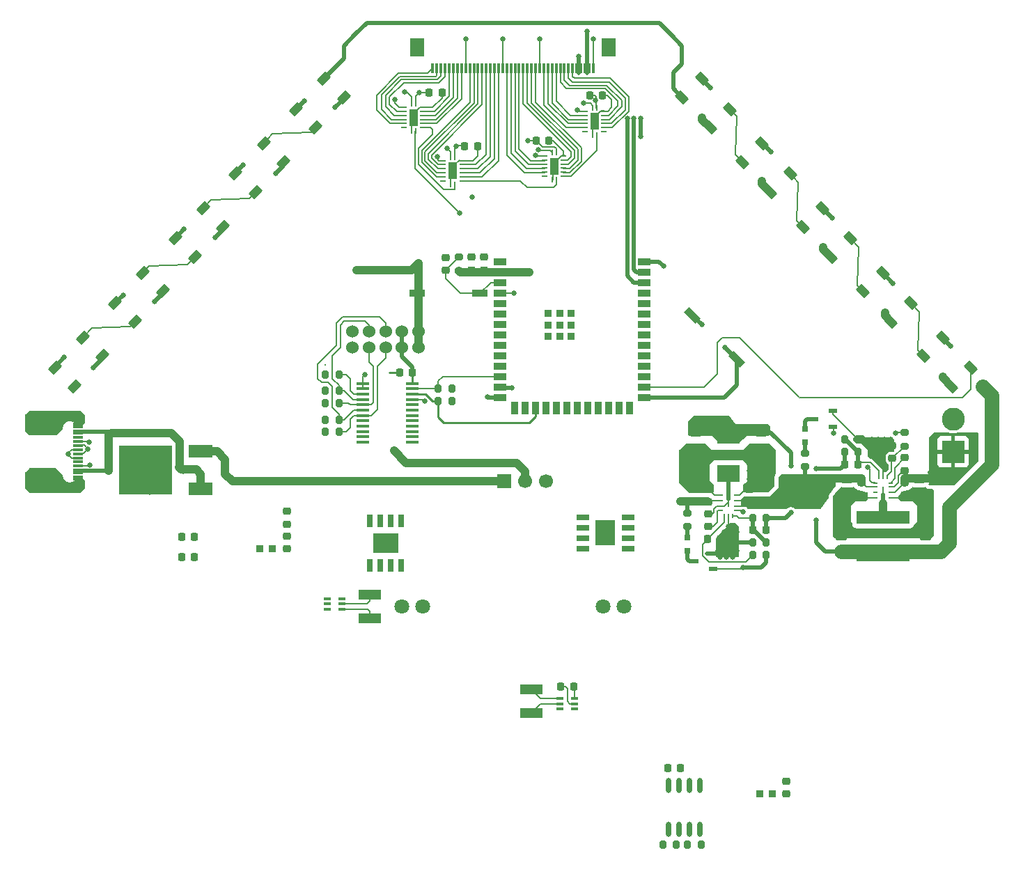
<source format=gbr>
%TF.GenerationSoftware,KiCad,Pcbnew,8.0.1*%
%TF.CreationDate,2024-07-21T18:11:55+02:00*%
%TF.ProjectId,LineFollower_V2,4c696e65-466f-46c6-9c6f-7765725f5632,rev?*%
%TF.SameCoordinates,Original*%
%TF.FileFunction,Copper,L1,Top*%
%TF.FilePolarity,Positive*%
%FSLAX46Y46*%
G04 Gerber Fmt 4.6, Leading zero omitted, Abs format (unit mm)*
G04 Created by KiCad (PCBNEW 8.0.1) date 2024-07-21 18:11:55*
%MOMM*%
%LPD*%
G01*
G04 APERTURE LIST*
G04 Aperture macros list*
%AMRoundRect*
0 Rectangle with rounded corners*
0 $1 Rounding radius*
0 $2 $3 $4 $5 $6 $7 $8 $9 X,Y pos of 4 corners*
0 Add a 4 corners polygon primitive as box body*
4,1,4,$2,$3,$4,$5,$6,$7,$8,$9,$2,$3,0*
0 Add four circle primitives for the rounded corners*
1,1,$1+$1,$2,$3*
1,1,$1+$1,$4,$5*
1,1,$1+$1,$6,$7*
1,1,$1+$1,$8,$9*
0 Add four rect primitives between the rounded corners*
20,1,$1+$1,$2,$3,$4,$5,0*
20,1,$1+$1,$4,$5,$6,$7,0*
20,1,$1+$1,$6,$7,$8,$9,0*
20,1,$1+$1,$8,$9,$2,$3,0*%
%AMRotRect*
0 Rectangle, with rotation*
0 The origin of the aperture is its center*
0 $1 length*
0 $2 width*
0 $3 Rotation angle, in degrees counterclockwise*
0 Add horizontal line*
21,1,$1,$2,0,0,$3*%
G04 Aperture macros list end*
%TA.AperFunction,Conductor*%
%ADD10C,0.160000*%
%TD*%
%TA.AperFunction,SMDPad,CuDef*%
%ADD11R,1.525000X0.650000*%
%TD*%
%TA.AperFunction,SMDPad,CuDef*%
%ADD12R,2.400000X3.100000*%
%TD*%
%TA.AperFunction,SMDPad,CuDef*%
%ADD13R,0.650000X1.525000*%
%TD*%
%TA.AperFunction,SMDPad,CuDef*%
%ADD14R,3.100000X2.400000*%
%TD*%
%TA.AperFunction,SMDPad,CuDef*%
%ADD15RoundRect,0.225000X-0.225000X-0.250000X0.225000X-0.250000X0.225000X0.250000X-0.225000X0.250000X0*%
%TD*%
%TA.AperFunction,SMDPad,CuDef*%
%ADD16RoundRect,0.225000X0.250000X-0.225000X0.250000X0.225000X-0.250000X0.225000X-0.250000X-0.225000X0*%
%TD*%
%TA.AperFunction,SMDPad,CuDef*%
%ADD17R,1.650000X0.400000*%
%TD*%
%TA.AperFunction,SMDPad,CuDef*%
%ADD18RoundRect,0.225000X0.225000X0.250000X-0.225000X0.250000X-0.225000X-0.250000X0.225000X-0.250000X0*%
%TD*%
%TA.AperFunction,ComponentPad*%
%ADD19C,1.524000*%
%TD*%
%TA.AperFunction,SMDPad,CuDef*%
%ADD20RotRect,1.500000X1.000000X313.000000*%
%TD*%
%TA.AperFunction,SMDPad,CuDef*%
%ADD21RoundRect,0.250000X0.475000X-0.250000X0.475000X0.250000X-0.475000X0.250000X-0.475000X-0.250000X0*%
%TD*%
%TA.AperFunction,SMDPad,CuDef*%
%ADD22R,0.250000X1.825000*%
%TD*%
%TA.AperFunction,SMDPad,CuDef*%
%ADD23R,0.600000X0.250000*%
%TD*%
%TA.AperFunction,SMDPad,CuDef*%
%ADD24R,0.250000X0.600000*%
%TD*%
%TA.AperFunction,SMDPad,CuDef*%
%ADD25R,2.808000X1.282500*%
%TD*%
%TA.AperFunction,SMDPad,CuDef*%
%ADD26RoundRect,0.200000X0.200000X0.275000X-0.200000X0.275000X-0.200000X-0.275000X0.200000X-0.275000X0*%
%TD*%
%TA.AperFunction,SMDPad,CuDef*%
%ADD27RoundRect,0.200000X-0.200000X-0.275000X0.200000X-0.275000X0.200000X0.275000X-0.200000X0.275000X0*%
%TD*%
%TA.AperFunction,SMDPad,CuDef*%
%ADD28RoundRect,0.250000X-0.475000X0.250000X-0.475000X-0.250000X0.475000X-0.250000X0.475000X0.250000X0*%
%TD*%
%TA.AperFunction,SMDPad,CuDef*%
%ADD29RoundRect,0.225000X-0.250000X0.225000X-0.250000X-0.225000X0.250000X-0.225000X0.250000X0.225000X0*%
%TD*%
%TA.AperFunction,SMDPad,CuDef*%
%ADD30RotRect,1.500000X1.000000X47.000000*%
%TD*%
%TA.AperFunction,SMDPad,CuDef*%
%ADD31R,1.000000X2.000000*%
%TD*%
%TA.AperFunction,SMDPad,CuDef*%
%ADD32R,0.280000X0.665000*%
%TD*%
%TA.AperFunction,SMDPad,CuDef*%
%ADD33R,0.665000X0.280000*%
%TD*%
%TA.AperFunction,SMDPad,CuDef*%
%ADD34R,1.070000X0.532000*%
%TD*%
%TA.AperFunction,SMDPad,CuDef*%
%ADD35R,1.920000X0.840000*%
%TD*%
%TA.AperFunction,SMDPad,CuDef*%
%ADD36O,0.630000X1.865000*%
%TD*%
%TA.AperFunction,SMDPad,CuDef*%
%ADD37RotRect,0.840000X1.920000X45.000000*%
%TD*%
%TA.AperFunction,SMDPad,CuDef*%
%ADD38RoundRect,0.200000X-0.275000X0.200000X-0.275000X-0.200000X0.275000X-0.200000X0.275000X0.200000X0*%
%TD*%
%TA.AperFunction,SMDPad,CuDef*%
%ADD39R,0.900000X0.900000*%
%TD*%
%TA.AperFunction,SMDPad,CuDef*%
%ADD40R,1.500000X0.900000*%
%TD*%
%TA.AperFunction,SMDPad,CuDef*%
%ADD41R,0.900000X1.500000*%
%TD*%
%TA.AperFunction,ComponentPad*%
%ADD42C,1.800000*%
%TD*%
%TA.AperFunction,SMDPad,CuDef*%
%ADD43RoundRect,0.200000X0.275000X-0.200000X0.275000X0.200000X-0.275000X0.200000X-0.275000X-0.200000X0*%
%TD*%
%TA.AperFunction,SMDPad,CuDef*%
%ADD44R,6.500000X6.000000*%
%TD*%
%TA.AperFunction,SMDPad,CuDef*%
%ADD45R,3.000000X1.600000*%
%TD*%
%TA.AperFunction,SMDPad,CuDef*%
%ADD46R,0.300000X1.250000*%
%TD*%
%TA.AperFunction,SMDPad,CuDef*%
%ADD47R,1.800000X2.200000*%
%TD*%
%TA.AperFunction,SMDPad,CuDef*%
%ADD48R,6.500000X1.580000*%
%TD*%
%TA.AperFunction,SMDPad,CuDef*%
%ADD49R,0.806500X0.864000*%
%TD*%
%TA.AperFunction,SMDPad,CuDef*%
%ADD50R,0.900000X0.400000*%
%TD*%
%TA.AperFunction,SMDPad,CuDef*%
%ADD51R,2.700000X2.050000*%
%TD*%
%TA.AperFunction,ComponentPad*%
%ADD52C,1.700000*%
%TD*%
%TA.AperFunction,ComponentPad*%
%ADD53R,1.700000X1.700000*%
%TD*%
%TA.AperFunction,SMDPad,CuDef*%
%ADD54R,1.150000X0.300000*%
%TD*%
%TA.AperFunction,ComponentPad*%
%ADD55O,1.800000X1.100000*%
%TD*%
%TA.AperFunction,ComponentPad*%
%ADD56O,2.100000X1.100000*%
%TD*%
%TA.AperFunction,SMDPad,CuDef*%
%ADD57R,0.800000X0.800000*%
%TD*%
%TA.AperFunction,ComponentPad*%
%ADD58C,2.800000*%
%TD*%
%TA.AperFunction,ComponentPad*%
%ADD59R,2.800000X2.800000*%
%TD*%
%TA.AperFunction,ViaPad*%
%ADD60C,0.650000*%
%TD*%
%TA.AperFunction,ViaPad*%
%ADD61C,0.600000*%
%TD*%
%TA.AperFunction,Conductor*%
%ADD62C,0.200000*%
%TD*%
%TA.AperFunction,Conductor*%
%ADD63C,0.500000*%
%TD*%
%TA.AperFunction,Conductor*%
%ADD64C,0.250000*%
%TD*%
%TA.AperFunction,Conductor*%
%ADD65C,1.000000*%
%TD*%
%TA.AperFunction,Conductor*%
%ADD66C,0.150000*%
%TD*%
%TA.AperFunction,Conductor*%
%ADD67C,0.152400*%
%TD*%
%TA.AperFunction,Conductor*%
%ADD68C,1.800000*%
%TD*%
G04 APERTURE END LIST*
D10*
%TO.N,GND*%
X134900000Y-48707500D02*
X135500000Y-48207500D01*
%TD*%
D11*
%TO.P,IC14,1,GND*%
%TO.N,GND*%
X150538000Y-91595000D03*
%TO.P,IC14,2,IN2*%
%TO.N,R_IN_2*%
X150538000Y-92865000D03*
%TO.P,IC14,3,IN1*%
%TO.N,R_IN_1*%
X150538000Y-94135000D03*
%TO.P,IC14,4,NFAULT*%
%TO.N,unconnected-(IC14-NFAULT-Pad4)*%
X150538000Y-95405000D03*
%TO.P,IC14,5,VM*%
%TO.N,VCC*%
X155962000Y-95405000D03*
%TO.P,IC14,6,OUT1*%
%TO.N,I_SENS_2_IN*%
X155962000Y-94135000D03*
%TO.P,IC14,7,ISEN*%
%TO.N,GND*%
X155962000Y-92865000D03*
%TO.P,IC14,8,OUT2*%
%TO.N,Net-(IC14-OUT2)*%
X155962000Y-91595000D03*
D12*
%TO.P,IC14,9,EP*%
%TO.N,GND*%
X153250000Y-93500000D03*
%TD*%
D13*
%TO.P,IC13,1,GND*%
%TO.N,GND*%
X128405000Y-92038000D03*
%TO.P,IC13,2,IN2*%
%TO.N,L_IN_2*%
X127135000Y-92038000D03*
%TO.P,IC13,3,IN1*%
%TO.N,L_IN_1*%
X125865000Y-92038000D03*
%TO.P,IC13,4,NFAULT*%
%TO.N,unconnected-(IC13-NFAULT-Pad4)*%
X124595000Y-92038000D03*
%TO.P,IC13,5,VM*%
%TO.N,VCC*%
X124595000Y-97462000D03*
%TO.P,IC13,6,OUT1*%
%TO.N,I_SENS_1_IN*%
X125865000Y-97462000D03*
%TO.P,IC13,7,ISEN*%
%TO.N,GND*%
X127135000Y-97462000D03*
%TO.P,IC13,8,OUT2*%
%TO.N,Net-(IC13-OUT2)*%
X128405000Y-97462000D03*
D14*
%TO.P,IC13,9,EP*%
%TO.N,GND*%
X126500000Y-94750000D03*
%TD*%
D15*
%TO.P,C38,1*%
%TO.N,GND*%
X101700000Y-96500000D03*
%TO.P,C38,2*%
%TO.N,VCC*%
X103250000Y-96500000D03*
%TD*%
%TO.P,C37,1*%
%TO.N,GND*%
X101700000Y-93990000D03*
%TO.P,C37,2*%
%TO.N,VCC*%
X103250000Y-93990000D03*
%TD*%
D16*
%TO.P,C6,2,2*%
%TO.N,GND*%
X138500000Y-60000000D03*
%TO.P,C6,1,1*%
%TO.N,3V3*%
X138500000Y-61550000D03*
%TD*%
D17*
%TO.P,IC9,24,VCC*%
%TO.N,3V3*%
X129752500Y-75350000D03*
%TO.P,IC9,23,SDA*%
%TO.N,SDA*%
X129752500Y-76000000D03*
%TO.P,IC9,22,SCL*%
%TO.N,SCL*%
X129752500Y-76650000D03*
%TO.P,IC9,21,A2*%
%TO.N,GND*%
X129752500Y-77300000D03*
%TO.P,IC9,20,SC7*%
%TO.N,unconnected-(IC9-SC7-Pad20)*%
X129752500Y-77950000D03*
%TO.P,IC9,19,SD7*%
%TO.N,unconnected-(IC9-SD7-Pad19)*%
X129752500Y-78600000D03*
%TO.P,IC9,18,SC6*%
%TO.N,unconnected-(IC9-SC6-Pad18)*%
X129752500Y-79250000D03*
%TO.P,IC9,17,SD6*%
%TO.N,unconnected-(IC9-SD6-Pad17)*%
X129752500Y-79900000D03*
%TO.P,IC9,16,SC5*%
%TO.N,unconnected-(IC9-SC5-Pad16)*%
X129752500Y-80550000D03*
%TO.P,IC9,15,SD5*%
%TO.N,unconnected-(IC9-SD5-Pad15)*%
X129752500Y-81200000D03*
%TO.P,IC9,14,SC4*%
%TO.N,unconnected-(IC9-SC4-Pad14)*%
X129752500Y-81850000D03*
%TO.P,IC9,13,SD4*%
%TO.N,unconnected-(IC9-SD4-Pad13)*%
X129752500Y-82500000D03*
%TO.P,IC9,12,GND*%
%TO.N,GND*%
X123707500Y-82500000D03*
%TO.P,IC9,11,SC3*%
%TO.N,unconnected-(IC9-SC3-Pad11)*%
X123707500Y-81850000D03*
%TO.P,IC9,10,SD3*%
%TO.N,unconnected-(IC9-SD3-Pad10)*%
X123707500Y-81200000D03*
%TO.P,IC9,9,SC2*%
%TO.N,unconnected-(IC9-SC2-Pad9)*%
X123707500Y-80550000D03*
%TO.P,IC9,8,SD2*%
%TO.N,unconnected-(IC9-SD2-Pad8)*%
X123707500Y-79900000D03*
%TO.P,IC9,7,SC1*%
%TO.N,SCL_R*%
X123707500Y-79250000D03*
%TO.P,IC9,6,SD1*%
%TO.N,SDA_R*%
X123707500Y-78600000D03*
%TO.P,IC9,5,SC0*%
%TO.N,SCL_L*%
X123707500Y-77950000D03*
%TO.P,IC9,4,SD0*%
%TO.N,SDA_L*%
X123707500Y-77300000D03*
%TO.P,IC9,3,RESET#*%
%TO.N,I2C_RST*%
X123707500Y-76650000D03*
%TO.P,IC9,2,A1*%
%TO.N,GND*%
X123707500Y-76000000D03*
%TO.P,IC9,1,A0*%
X123707500Y-75350000D03*
%TD*%
D18*
%TO.P,C27,2,2*%
%TO.N,GND*%
X128225000Y-74000000D03*
%TO.P,C27,1,1*%
%TO.N,3V3*%
X129775000Y-74000000D03*
%TD*%
D19*
%TO.P,U2,10,10*%
%TO.N,GND*%
X130502500Y-69000000D03*
%TO.P,U2,9,9*%
X130502500Y-70999000D03*
%TO.P,U2,8,8*%
%TO.N,3V3*%
X128498000Y-69000000D03*
%TO.P,U2,7,7*%
X128498000Y-70999000D03*
%TO.P,U2,6,6*%
%TO.N,SDA_R*%
X126499000Y-69000000D03*
%TO.P,U2,5,5*%
%TO.N,SCL_R*%
X126499000Y-70999000D03*
%TO.P,U2,4,4*%
%TO.N,SDA_L*%
X124500000Y-69000000D03*
%TO.P,U2,3,3*%
%TO.N,SCL_L*%
X124500000Y-70999000D03*
%TO.P,U2,2,2*%
%TO.N,unconnected-(U2-Pad2)*%
X122498500Y-69000000D03*
%TO.P,U2,1,1*%
%TO.N,unconnected-(U2-Pad1)*%
X122498500Y-70999000D03*
%TD*%
D20*
%TO.P,LED11,1,VDD*%
%TO.N,+5V*%
X186958525Y-61908006D03*
%TO.P,LED11,2,DO*%
%TO.N,Net-(LED10-DIN)*%
X184545057Y-64158601D03*
%TO.P,LED11,3,GND*%
%TO.N,GND*%
X187955049Y-67815370D03*
%TO.P,LED11,4,DIN*%
%TO.N,Net-(LED11-DIN)*%
X190368517Y-65564775D03*
%TD*%
D21*
%TO.P,C20,2,2*%
%TO.N,VCC*%
X191380000Y-86967500D03*
%TO.P,C20,1,1*%
%TO.N,GND*%
X191380000Y-88867500D03*
%TD*%
D22*
%TO.P,IC3,12,SW*%
%TO.N,BOOT_3V3*%
X168200000Y-89412500D03*
D23*
%TO.P,IC3,11,PGND*%
%TO.N,GND*%
X169100000Y-88962500D03*
%TO.P,IC3,10,VIN*%
%TO.N,VCC*%
X169100000Y-89612500D03*
%TO.P,IC3,9,EN*%
X169100000Y-90262500D03*
%TO.P,IC3,8,PG*%
%TO.N,PG_3V3*%
X169100000Y-90762500D03*
D24*
%TO.P,IC3,7,FB*%
%TO.N,Net-(IC3-FB)*%
X168700000Y-91487500D03*
%TO.P,IC3,6,AGND*%
%TO.N,GND*%
X168200000Y-91487500D03*
%TO.P,IC3,5,VCC*%
%TO.N,Net-(IC3-VCC)*%
X167700000Y-91487500D03*
D23*
%TO.P,IC3,4,BOOT*%
%TO.N,Net-(IC3-BOOT)*%
X167300000Y-90762500D03*
%TO.P,IC3,3,NC*%
%TO.N,BOOT_3V3*%
X167300000Y-90262500D03*
%TO.P,IC3,2,VIN*%
%TO.N,VCC*%
X167300000Y-89612500D03*
%TO.P,IC3,1,PGND*%
%TO.N,GND*%
X167300000Y-88962500D03*
%TD*%
D16*
%TO.P,C5,2,2*%
%TO.N,GND*%
X136990000Y-60000000D03*
%TO.P,C5,1,1*%
%TO.N,3V3*%
X136990000Y-61550000D03*
%TD*%
D25*
%TO.P,R22,2,2*%
%TO.N,I_SENS_1_OUT*%
X124600000Y-103921000D03*
%TO.P,R22,1,1*%
%TO.N,I_SENS_1_IN*%
X124600000Y-101039000D03*
%TD*%
D26*
%TO.P,R6,2,2*%
%TO.N,Net-(IC3-VCC)*%
X171125000Y-96200000D03*
%TO.P,R6,1,1*%
%TO.N,PG_3V3*%
X172775000Y-96200000D03*
%TD*%
D21*
%TO.P,C24,2,2*%
%TO.N,GND*%
X192130000Y-93892500D03*
%TO.P,C24,1,1*%
%TO.N,+5V*%
X192130000Y-95792500D03*
%TD*%
D27*
%TO.P,R9,2,2*%
%TO.N,Net-(IC3-FB)*%
X172775000Y-94700000D03*
%TO.P,R9,1,1*%
%TO.N,GND*%
X171125000Y-94700000D03*
%TD*%
D26*
%TO.P,R11,2,2*%
%TO.N,Net-(IC4-FB)*%
X182305000Y-82167500D03*
%TO.P,R11,1,1*%
%TO.N,GND*%
X183955000Y-82167500D03*
%TD*%
D28*
%TO.P,C25,2,2*%
%TO.N,GND*%
X164200000Y-83175000D03*
%TO.P,C25,1,1*%
%TO.N,3V3_SWITCHING_OUT*%
X164200000Y-81275000D03*
%TD*%
D29*
%TO.P,C8,2,2*%
%TO.N,ESP_RST*%
X133800000Y-61575000D03*
%TO.P,C8,1,1*%
%TO.N,GND*%
X133800000Y-60025000D03*
%TD*%
D30*
%TO.P,LED7,1,VDD*%
%TO.N,+5V*%
X115607004Y-41978618D03*
%TO.P,LED7,2,DO*%
%TO.N,Net-(LED6-DIN)*%
X118020472Y-44229213D03*
%TO.P,LED7,3,GND*%
%TO.N,GND*%
X121430464Y-40572444D03*
%TO.P,LED7,4,DIN*%
%TO.N,Net-(LED7-DIN)*%
X119016996Y-38321849D03*
%TD*%
D31*
%TO.P,IC8,17,PAD*%
%TO.N,GND*%
X151907500Y-43500000D03*
D32*
%TO.P,IC8,16,VCC*%
%TO.N,3V3*%
X152157500Y-41842500D03*
D33*
%TO.P,IC8,15,CE#*%
%TO.N,GND*%
X153065000Y-42250000D03*
%TO.P,IC8,14,D3*%
%TO.N,DIR4*%
X153065000Y-42750000D03*
%TO.P,IC8,13,D2*%
%TO.N,DIR3*%
X153065000Y-43250000D03*
%TO.P,IC8,12,D1*%
%TO.N,DIR2*%
X153065000Y-43750000D03*
%TO.P,IC8,11,D0*%
%TO.N,DIR1*%
X153065000Y-44250000D03*
%TO.P,IC8,10,DS*%
%TO.N,unconnected-(IC8-DS-Pad10)*%
X153065000Y-44750000D03*
D32*
%TO.P,IC8,9,Q7*%
%TO.N,Net-(IC7-DS)*%
X152157500Y-45157500D03*
%TO.P,IC8,8,GND*%
%TO.N,GND*%
X151657500Y-45157500D03*
D33*
%TO.P,IC8,7,Q7#*%
%TO.N,unconnected-(IC8-Q7#-Pad7)*%
X150750000Y-44750000D03*
%TO.P,IC8,6,D7*%
%TO.N,DIR8*%
X150750000Y-44250000D03*
%TO.P,IC8,5,D6*%
%TO.N,DIR7*%
X150750000Y-43750000D03*
%TO.P,IC8,4,D5*%
%TO.N,DIR6*%
X150750000Y-43250000D03*
%TO.P,IC8,3,D4*%
%TO.N,DIR5*%
X150750000Y-42750000D03*
%TO.P,IC8,2,CP*%
%TO.N,CLK_Shift*%
X150750000Y-42250000D03*
D32*
%TO.P,IC8,1,PL#*%
%TO.N,LOAD_Shift*%
X151657500Y-41842500D03*
%TD*%
D29*
%TO.P,C29,2,2*%
%TO.N,GND*%
X114500000Y-92441000D03*
%TO.P,C29,1,1*%
%TO.N,3V3*%
X114500000Y-90891000D03*
%TD*%
D26*
%TO.P,R18,2,2*%
%TO.N,3V3*%
X119175000Y-79750000D03*
%TO.P,R18,1,1*%
%TO.N,SDA_R*%
X120825000Y-79750000D03*
%TD*%
D25*
%TO.P,R21,2,2*%
%TO.N,I_SENS_2_IN*%
X144200000Y-112534000D03*
%TO.P,R21,1,1*%
%TO.N,I_SENS_2_OUT*%
X144200000Y-115416000D03*
%TD*%
D21*
%TO.P,C26,2,2*%
%TO.N,GND*%
X181880000Y-93892500D03*
%TO.P,C26,1,1*%
%TO.N,+5V*%
X181880000Y-95792500D03*
%TD*%
D15*
%TO.P,C34,2,2*%
%TO.N,GND*%
X146375000Y-45800000D03*
%TO.P,C34,1,1*%
%TO.N,3V3*%
X144825000Y-45800000D03*
%TD*%
%TO.P,C36,2,2*%
%TO.N,GND*%
X133375000Y-40000000D03*
%TO.P,C36,1,1*%
%TO.N,3V3*%
X131825000Y-40000000D03*
%TD*%
D26*
%TO.P,R20,2,2*%
%TO.N,Net-(IC10A-INPUT1(+))*%
X163225000Y-131400000D03*
%TO.P,R20,1,1*%
%TO.N,GND*%
X164875000Y-131400000D03*
%TD*%
D34*
%TO.P,Q1,3,C*%
%TO.N,Net-(LED1-C)*%
X164065000Y-96950000D03*
%TO.P,Q1,2,E*%
%TO.N,GND*%
X166335000Y-95995000D03*
%TO.P,Q1,1,B*%
%TO.N,PG_3V3*%
X166335000Y-97905000D03*
%TD*%
D35*
%TO.P,SW2,2,B*%
%TO.N,GND*%
X130390000Y-64400000D03*
%TO.P,SW2,1,A*%
%TO.N,ESP_RST*%
X138010000Y-64400000D03*
%TD*%
D30*
%TO.P,LED3,1,VDD*%
%TO.N,+5V*%
X86281075Y-73426827D03*
%TO.P,LED3,2,DO*%
%TO.N,unconnected-(LED3-DO-Pad2)*%
X88694543Y-75677422D03*
%TO.P,LED3,3,GND*%
%TO.N,GND*%
X92104535Y-72020653D03*
%TO.P,LED3,4,DIN*%
%TO.N,Net-(LED3-DIN)*%
X89691067Y-69770058D03*
%TD*%
D18*
%TO.P,C21,2,2*%
%TO.N,Net-(IC3-FB)*%
X171175000Y-93200000D03*
%TO.P,C21,1,1*%
%TO.N,3V3_SWITCHING_OUT*%
X172725000Y-93200000D03*
%TD*%
D36*
%TO.P,IC10,8,Vcc*%
%TO.N,3V3*%
X160895000Y-124217500D03*
%TO.P,IC10,7,OUTPUT2*%
%TO.N,unconnected-(IC10B-OUTPUT2-Pad7)*%
X162165000Y-124217500D03*
%TO.P,IC10,6,INPUT2(-)*%
%TO.N,unconnected-(IC10B-INPUT2(-)-Pad6)*%
X163435000Y-124217500D03*
%TO.P,IC10,5,INPUT2(+*%
%TO.N,unconnected-(IC10B-INPUT2(+-Pad5)*%
X164705000Y-124217500D03*
%TO.P,IC10,4,VEE_/_GND*%
%TO.N,GND*%
X164705000Y-129582500D03*
%TO.P,IC10,3,INPUT1(+)*%
%TO.N,Net-(IC10A-INPUT1(+))*%
X163435000Y-129582500D03*
%TO.P,IC10,2,INPUT1(-)*%
%TO.N,MIDPOINT_REF*%
X162165000Y-129582500D03*
%TO.P,IC10,1,OUTPUT_1*%
X160895000Y-129582500D03*
%TD*%
D26*
%TO.P,R19,2,2*%
%TO.N,3V3*%
X160225000Y-131400000D03*
%TO.P,R19,1,1*%
%TO.N,Net-(IC10A-INPUT1(+))*%
X161875000Y-131400000D03*
%TD*%
%TO.P,R16,2,2*%
%TO.N,3V3*%
X119175000Y-77750000D03*
%TO.P,R16,1,1*%
%TO.N,SCL_L*%
X120825000Y-77750000D03*
%TD*%
D37*
%TO.P,SW1,2,B*%
%TO.N,GND*%
X163805923Y-67055923D03*
%TO.P,SW1,1,A*%
%TO.N,ESP_BOOT0*%
X169194077Y-72444077D03*
%TD*%
D34*
%TO.P,Q2,3,C*%
%TO.N,Net-(LED2-C)*%
X178620000Y-79667500D03*
%TO.P,Q2,2,E*%
%TO.N,GND*%
X180890000Y-78712500D03*
%TO.P,Q2,1,B*%
%TO.N,PG_5V*%
X180890000Y-80622500D03*
%TD*%
D31*
%TO.P,IC5,17,PAD*%
%TO.N,GND*%
X134657500Y-49500000D03*
D32*
%TO.P,IC5,16,VCC*%
%TO.N,3V3*%
X134907500Y-47842500D03*
D33*
%TO.P,IC5,15,CE#*%
%TO.N,GND*%
X135815000Y-48250000D03*
%TO.P,IC5,14,D3*%
%TO.N,DIR20*%
X135815000Y-48750000D03*
%TO.P,IC5,13,D2*%
%TO.N,DIR19*%
X135815000Y-49250000D03*
%TO.P,IC5,12,D1*%
%TO.N,DIR18*%
X135815000Y-49750000D03*
%TO.P,IC5,11,D0*%
%TO.N,DIR17*%
X135815000Y-50250000D03*
%TO.P,IC5,10,DS*%
%TO.N,Net-(IC5-DS)*%
X135815000Y-50750000D03*
D32*
%TO.P,IC5,9,Q7*%
%TO.N,Net-(IC5-Q7)*%
X134907500Y-51157500D03*
%TO.P,IC5,8,GND*%
%TO.N,GND*%
X134407500Y-51157500D03*
D33*
%TO.P,IC5,7,Q7#*%
%TO.N,unconnected-(IC5-Q7#-Pad7)*%
X133500000Y-50750000D03*
%TO.P,IC5,6,D7*%
%TO.N,DIR24*%
X133500000Y-50250000D03*
%TO.P,IC5,5,D6*%
%TO.N,DIR23*%
X133500000Y-49750000D03*
%TO.P,IC5,4,D5*%
%TO.N,DIR22*%
X133500000Y-49250000D03*
%TO.P,IC5,3,D4*%
%TO.N,DIR21*%
X133500000Y-48750000D03*
%TO.P,IC5,2,CP*%
%TO.N,CLK_Shift*%
X133500000Y-48250000D03*
D32*
%TO.P,IC5,1,PL#*%
%TO.N,LOAD_Shift*%
X134407500Y-47842500D03*
%TD*%
D38*
%TO.P,R5,2,2*%
%TO.N,VCC*%
X177505000Y-85492500D03*
%TO.P,R5,1,1*%
%TO.N,Net-(LED2-A)*%
X177505000Y-83842500D03*
%TD*%
D29*
%TO.P,C17,2,2*%
%TO.N,VCC*%
X170700000Y-89825000D03*
%TO.P,C17,1,1*%
%TO.N,GND*%
X170700000Y-88275000D03*
%TD*%
D26*
%TO.P,R12,2,2*%
%TO.N,3V3*%
X119175000Y-74250000D03*
%TO.P,R12,1,1*%
%TO.N,I2C_RST*%
X120825000Y-74250000D03*
%TD*%
D20*
%TO.P,LED8,1,VDD*%
%TO.N,+5V*%
X164964078Y-38321849D03*
%TO.P,LED8,2,DO*%
%TO.N,Net-(LED7-DIN)*%
X162550610Y-40572444D03*
%TO.P,LED8,3,GND*%
%TO.N,GND*%
X165960602Y-44229213D03*
%TO.P,LED8,4,DIN*%
%TO.N,Net-(LED8-DIN)*%
X168374070Y-41978618D03*
%TD*%
D16*
%TO.P,C11,2,2*%
%TO.N,GND*%
X165700000Y-88200000D03*
%TO.P,C11,1,1*%
%TO.N,VCC*%
X165700000Y-89750000D03*
%TD*%
D38*
%TO.P,R7,2,2*%
%TO.N,Net-(IC4-VCC)*%
X189630000Y-82992500D03*
%TO.P,R7,1,1*%
%TO.N,PG_5V*%
X189630000Y-81342500D03*
%TD*%
%TO.P,R3,2,2*%
%TO.N,3V3*%
X135400000Y-61625000D03*
%TO.P,R3,1,1*%
%TO.N,ESP_RST*%
X135400000Y-59975000D03*
%TD*%
D39*
%TO.P,IC2,41,GND*%
%TO.N,GND*%
X149096250Y-69663500D03*
X149096250Y-68263500D03*
X149096250Y-66863500D03*
X147696250Y-69663500D03*
X147696250Y-68263500D03*
X147696250Y-66863500D03*
X146296250Y-69663500D03*
X146296250Y-68263500D03*
X146296250Y-66863500D03*
D40*
%TO.P,IC2,40,GND*%
X157946250Y-60543500D03*
%TO.P,IC2,39,IO1*%
%TO.N,LOAD_Shift*%
X157946250Y-61813500D03*
%TO.P,IC2,38,IO2*%
%TO.N,CLK_Shift*%
X157946250Y-63083500D03*
%TO.P,IC2,37,TXD0*%
%TO.N,unconnected-(IC2-TXD0-Pad37)*%
X157946250Y-64353500D03*
%TO.P,IC2,36,RXD0*%
%TO.N,unconnected-(IC2-RXD0-Pad36)*%
X157946250Y-65623500D03*
%TO.P,IC2,35,IO42*%
%TO.N,unconnected-(IC2-IO42-Pad35)*%
X157946250Y-66893500D03*
%TO.P,IC2,34,IO41*%
%TO.N,unconnected-(IC2-IO41-Pad34)*%
X157946250Y-68163500D03*
%TO.P,IC2,33,IO40*%
%TO.N,unconnected-(IC2-IO40-Pad33)*%
X157946250Y-69433500D03*
%TO.P,IC2,32,IO39*%
%TO.N,unconnected-(IC2-IO39-Pad32)*%
X157946250Y-70703500D03*
%TO.P,IC2,31,IO38*%
%TO.N,unconnected-(IC2-IO38-Pad31)*%
X157946250Y-71973500D03*
%TO.P,IC2,30,IO37*%
%TO.N,unconnected-(IC2-IO37-Pad30)*%
X157946250Y-73243500D03*
%TO.P,IC2,29,IO36*%
%TO.N,unconnected-(IC2-IO36-Pad29)*%
X157946250Y-74513500D03*
%TO.P,IC2,28,IO35*%
%TO.N,RGB_DATA*%
X157946250Y-75783500D03*
%TO.P,IC2,27,IO0*%
%TO.N,ESP_BOOT0*%
X157946250Y-77053500D03*
D41*
%TO.P,IC2,26,IO45*%
%TO.N,unconnected-(IC2-IO45-Pad26)*%
X156181250Y-78303500D03*
%TO.P,IC2,25,IO34*%
%TO.N,unconnected-(IC2-IO34-Pad25)*%
X154911250Y-78333500D03*
%TO.P,IC2,24,IO33*%
%TO.N,unconnected-(IC2-IO33-Pad24)*%
X153641250Y-78333500D03*
%TO.P,IC2,23,IO21*%
%TO.N,unconnected-(IC2-IO21-Pad23)*%
X152371250Y-78333500D03*
%TO.P,IC2,22,IO14*%
%TO.N,unconnected-(IC2-IO14-Pad22)*%
X151101250Y-78333500D03*
%TO.P,IC2,21,IO13*%
%TO.N,unconnected-(IC2-IO13-Pad21)*%
X149831250Y-78333500D03*
%TO.P,IC2,20,IO12*%
%TO.N,unconnected-(IC2-IO12-Pad20)*%
X148561250Y-78333500D03*
%TO.P,IC2,19,IO11*%
%TO.N,unconnected-(IC2-IO11-Pad19)*%
X147291250Y-78333500D03*
%TO.P,IC2,18,IO10*%
%TO.N,unconnected-(IC2-IO10-Pad18)*%
X146021250Y-78333500D03*
%TO.P,IC2,17,IO9*%
%TO.N,SCL*%
X144751250Y-78333500D03*
%TO.P,IC2,16,IO46*%
%TO.N,unconnected-(IC2-IO46-Pad16)*%
X143481250Y-78333500D03*
%TO.P,IC2,15,IO3*%
%TO.N,unconnected-(IC2-IO3-Pad15)*%
X142211250Y-78333500D03*
D40*
%TO.P,IC2,14,IO20*%
%TO.N,USB_D-*%
X140446250Y-77053500D03*
%TO.P,IC2,13,IO19*%
%TO.N,USB_D+*%
X140446250Y-75783500D03*
%TO.P,IC2,12,IO8*%
%TO.N,SDA*%
X140446250Y-74513500D03*
%TO.P,IC2,11,IO18*%
%TO.N,I2C_RST*%
X140446250Y-73243500D03*
%TO.P,IC2,10,IO17*%
%TO.N,unconnected-(IC2-IO17-Pad10)*%
X140446250Y-71973500D03*
%TO.P,IC2,9,IO16*%
%TO.N,unconnected-(IC2-IO16-Pad9)*%
X140446250Y-70703500D03*
%TO.P,IC2,8,IO15*%
%TO.N,unconnected-(IC2-IO15-Pad8)*%
X140446250Y-69433500D03*
%TO.P,IC2,7,IO7*%
%TO.N,unconnected-(IC2-IO7-Pad7)*%
X140446250Y-68163500D03*
%TO.P,IC2,6,IO6*%
%TO.N,unconnected-(IC2-IO6-Pad6)*%
X140446250Y-66893500D03*
%TO.P,IC2,5,IO5*%
%TO.N,unconnected-(IC2-IO5-Pad5)*%
X140446250Y-65623500D03*
%TO.P,IC2,4,IO4*%
%TO.N,Shift_DATA*%
X140446250Y-64353500D03*
%TO.P,IC2,3,EN*%
%TO.N,ESP_RST*%
X140446250Y-63083500D03*
%TO.P,IC2,2,3V3*%
%TO.N,3V3*%
X140446250Y-61813500D03*
%TO.P,IC2,1,GND*%
%TO.N,GND*%
X140446250Y-60543500D03*
%TD*%
D27*
%TO.P,R14,2,2*%
%TO.N,3V3*%
X134575000Y-76000000D03*
%TO.P,R14,1,1*%
%TO.N,SDA*%
X132925000Y-76000000D03*
%TD*%
D28*
%TO.P,C15,2,2*%
%TO.N,GND*%
X182630000Y-88867500D03*
%TO.P,C15,1,1*%
%TO.N,VCC*%
X182630000Y-86967500D03*
%TD*%
D42*
%TO.P,CN1,2,2*%
%TO.N,I_SENS_1_OUT*%
X128480000Y-102500000D03*
%TO.P,CN1,1,1*%
%TO.N,Net-(IC13-OUT2)*%
X131020000Y-102500000D03*
%TD*%
D26*
%TO.P,R15,2,2*%
%TO.N,3V3*%
X119175000Y-81250000D03*
%TO.P,R15,1,1*%
%TO.N,SCL_R*%
X120825000Y-81250000D03*
%TD*%
D43*
%TO.P,R4,2,2*%
%TO.N,VCC*%
X163200000Y-91125000D03*
%TO.P,R4,1,1*%
%TO.N,Net-(LED1-A)*%
X163200000Y-92775000D03*
%TD*%
D22*
%TO.P,IC4,12,SW*%
%TO.N,BOOT_5V*%
X187000000Y-88800000D03*
D23*
%TO.P,IC4,11,PGND*%
%TO.N,GND*%
X186100000Y-89250000D03*
%TO.P,IC4,10,VIN*%
%TO.N,VCC*%
X186100000Y-88600000D03*
%TO.P,IC4,9,EN*%
X186100000Y-87950000D03*
%TO.P,IC4,8,PG*%
%TO.N,PG_5V*%
X186100000Y-87450000D03*
D24*
%TO.P,IC4,7,FB*%
%TO.N,Net-(IC4-FB)*%
X186500000Y-86725000D03*
%TO.P,IC4,6,AGND*%
%TO.N,GND*%
X187000000Y-86725000D03*
%TO.P,IC4,5,VCC*%
%TO.N,Net-(IC4-VCC)*%
X187500000Y-86725000D03*
D23*
%TO.P,IC4,4,BOOT*%
%TO.N,Net-(IC4-BOOT)*%
X187900000Y-87450000D03*
%TO.P,IC4,3,NC*%
%TO.N,BOOT_5V*%
X187900000Y-87950000D03*
%TO.P,IC4,2,VIN*%
%TO.N,VCC*%
X187900000Y-88600000D03*
%TO.P,IC4,1,PGND*%
%TO.N,GND*%
X187900000Y-89250000D03*
%TD*%
D44*
%TO.P,IC1,3,GND*%
%TO.N,GND*%
X97343000Y-85910998D03*
D45*
%TO.P,IC1,2,OUTPUT*%
%TO.N,3V3_LDO_OUT*%
X104028000Y-83625998D03*
%TO.P,IC1,1,INPUT*%
%TO.N,USB_VBUS*%
X104028000Y-88195998D03*
%TD*%
D16*
%TO.P,C10,2,2*%
%TO.N,GND*%
X188130000Y-82892500D03*
%TO.P,C10,1,1*%
%TO.N,Net-(IC4-VCC)*%
X188130000Y-84442500D03*
%TD*%
D30*
%TO.P,LED4,1,VDD*%
%TO.N,+5V*%
X93612557Y-65564775D03*
%TO.P,LED4,2,DO*%
%TO.N,Net-(LED3-DIN)*%
X96026025Y-67815370D03*
%TO.P,LED4,3,GND*%
%TO.N,GND*%
X99436017Y-64158601D03*
%TO.P,LED4,4,DIN*%
%TO.N,Net-(LED4-DIN)*%
X97022549Y-61908006D03*
%TD*%
D46*
%TO.P,CON1,1,1*%
%TO.N,GND*%
X151750000Y-37000000D03*
%TO.P,CON1,2,2*%
%TO.N,+5V*%
X151250000Y-37000000D03*
%TO.P,CON1,3,3*%
X150750000Y-37000000D03*
%TO.P,CON1,4,4*%
%TO.N,3V3*%
X150250000Y-37000000D03*
%TO.P,CON1,5,5*%
X149750000Y-37000000D03*
%TO.P,CON1,6,6*%
%TO.N,DIR1*%
X149250000Y-37000000D03*
%TO.P,CON1,7,7*%
%TO.N,DIR2*%
X148750000Y-37000000D03*
%TO.P,CON1,8,8*%
%TO.N,DIR3*%
X148250000Y-37000000D03*
%TO.P,CON1,9,9*%
%TO.N,DIR4*%
X147750000Y-37000000D03*
%TO.P,CON1,10,10*%
%TO.N,DIR5*%
X147250000Y-37000000D03*
%TO.P,CON1,11,11*%
%TO.N,DIR6*%
X146750000Y-37000000D03*
%TO.P,CON1,12,12*%
%TO.N,DIR7*%
X146250000Y-37000000D03*
%TO.P,CON1,13,13*%
%TO.N,DIR8*%
X145750000Y-37000000D03*
%TO.P,CON1,14,14*%
%TO.N,GND*%
X145250000Y-37000000D03*
%TO.P,CON1,15,15*%
%TO.N,DIR9*%
X144750000Y-37000000D03*
%TO.P,CON1,16,16*%
%TO.N,DIR10*%
X144250000Y-37000000D03*
%TO.P,CON1,17,17*%
%TO.N,DIR11*%
X143750000Y-37000000D03*
%TO.P,CON1,18,18*%
%TO.N,DIR12*%
X143250000Y-37000000D03*
%TO.P,CON1,19,19*%
%TO.N,DIR13*%
X142750000Y-37000000D03*
%TO.P,CON1,20,20*%
%TO.N,DIR14*%
X142250000Y-37000000D03*
%TO.P,CON1,21,21*%
%TO.N,DIR15*%
X141750000Y-37000000D03*
%TO.P,CON1,22,22*%
%TO.N,DIR16*%
X141250000Y-37000000D03*
%TO.P,CON1,23,23*%
%TO.N,GND*%
X140750000Y-37000000D03*
%TO.P,CON1,24,24*%
%TO.N,DIR17*%
X140250000Y-37000000D03*
%TO.P,CON1,25,25*%
%TO.N,DIR18*%
X139750000Y-37000000D03*
%TO.P,CON1,26,26*%
%TO.N,DIR19*%
X139250000Y-37000000D03*
%TO.P,CON1,27,27*%
%TO.N,DIR20*%
X138750000Y-37000000D03*
%TO.P,CON1,28,28*%
%TO.N,DIR21*%
X138250000Y-37000000D03*
%TO.P,CON1,29,29*%
%TO.N,DIR22*%
X137750000Y-37000000D03*
%TO.P,CON1,30,30*%
%TO.N,DIR23*%
X137250000Y-37000000D03*
%TO.P,CON1,31,31*%
%TO.N,DIR24*%
X136750000Y-37000000D03*
%TO.P,CON1,32,32*%
%TO.N,GND*%
X136250000Y-37000000D03*
%TO.P,CON1,33,33*%
%TO.N,DIR25*%
X135750000Y-37000000D03*
%TO.P,CON1,34,34*%
%TO.N,DIR26*%
X135250000Y-37000000D03*
%TO.P,CON1,35,35*%
%TO.N,DIR27*%
X134750000Y-37000000D03*
%TO.P,CON1,36,36*%
%TO.N,DIR28*%
X134250000Y-37000000D03*
%TO.P,CON1,37,37*%
%TO.N,DIR29*%
X133750000Y-37000000D03*
%TO.P,CON1,38,38*%
%TO.N,DIR30*%
X133250000Y-37000000D03*
%TO.P,CON1,39,39*%
%TO.N,DIR31*%
X132750000Y-37000000D03*
%TO.P,CON1,40,40*%
%TO.N,DIR32*%
X132250000Y-37000000D03*
D47*
%TO.P,CON1,41,41*%
%TO.N,unconnected-(CON1-Pad41)*%
X130350000Y-34475000D03*
%TO.P,CON1,42,42*%
%TO.N,unconnected-(CON1-Pad42)*%
X153650000Y-34475000D03*
%TD*%
D48*
%TO.P,L2,2,2*%
%TO.N,+5V*%
X187000000Y-96177500D03*
%TO.P,L2,1,1*%
%TO.N,BOOT_5V*%
X187000000Y-91657500D03*
%TD*%
D16*
%TO.P,C19,2,2*%
%TO.N,VCC*%
X184380000Y-87392500D03*
%TO.P,C19,1,1*%
%TO.N,GND*%
X184380000Y-88942500D03*
%TD*%
D49*
%TO.P,R24,2,2*%
%TO.N,I_SENS_2*%
X173507000Y-125250000D03*
%TO.P,R24,1,1*%
%TO.N,Net-(IC12-OUT)*%
X172000000Y-125250000D03*
%TD*%
D50*
%TO.P,IC11,1,REF*%
%TO.N,MIDPOINT_REF*%
X119410000Y-101500000D03*
%TO.P,IC11,2,GND*%
%TO.N,GND*%
X119410000Y-102150000D03*
%TO.P,IC11,3,V+*%
%TO.N,3V3*%
X119410000Y-102800000D03*
%TO.P,IC11,4,IN+*%
%TO.N,I_SENS_1_OUT*%
X121210000Y-102800000D03*
%TO.P,IC11,5,IN-*%
%TO.N,I_SENS_1_IN*%
X121210000Y-102150000D03*
%TO.P,IC11,6,OUT*%
%TO.N,Net-(IC11-OUT)*%
X121210000Y-101500000D03*
%TD*%
D31*
%TO.P,IC6,17,PAD*%
%TO.N,GND*%
X129907500Y-43000000D03*
D32*
%TO.P,IC6,16,VCC*%
%TO.N,3V3*%
X130157500Y-41342500D03*
D33*
%TO.P,IC6,15,CE#*%
%TO.N,GND*%
X131065000Y-41750000D03*
%TO.P,IC6,14,D3*%
%TO.N,DIR28*%
X131065000Y-42250000D03*
%TO.P,IC6,13,D2*%
%TO.N,DIR27*%
X131065000Y-42750000D03*
%TO.P,IC6,12,D1*%
%TO.N,DIR26*%
X131065000Y-43250000D03*
%TO.P,IC6,11,D0*%
%TO.N,DIR25*%
X131065000Y-43750000D03*
%TO.P,IC6,10,DS*%
%TO.N,Net-(IC5-Q7)*%
X131065000Y-44250000D03*
D32*
%TO.P,IC6,9,Q7*%
%TO.N,Shift_DATA*%
X130157500Y-44657500D03*
%TO.P,IC6,8,GND*%
%TO.N,GND*%
X129657500Y-44657500D03*
D33*
%TO.P,IC6,7,Q7#*%
%TO.N,unconnected-(IC6-Q7#-Pad7)*%
X128750000Y-44250000D03*
%TO.P,IC6,6,D7*%
%TO.N,DIR32*%
X128750000Y-43750000D03*
%TO.P,IC6,5,D6*%
%TO.N,DIR31*%
X128750000Y-43250000D03*
%TO.P,IC6,4,D5*%
%TO.N,DIR30*%
X128750000Y-42750000D03*
%TO.P,IC6,3,D4*%
%TO.N,DIR29*%
X128750000Y-42250000D03*
%TO.P,IC6,2,CP*%
%TO.N,CLK_Shift*%
X128750000Y-41750000D03*
D32*
%TO.P,IC6,1,PL#*%
%TO.N,LOAD_Shift*%
X129657500Y-41342500D03*
%TD*%
D51*
%TO.P,L1,2,2*%
%TO.N,3V3_SWITCHING_OUT*%
X168200000Y-81625000D03*
%TO.P,L1,1,1*%
%TO.N,BOOT_3V3*%
X168200000Y-86325000D03*
%TD*%
D50*
%TO.P,IC12,6,OUT*%
%TO.N,Net-(IC12-OUT)*%
X147700000Y-114950000D03*
%TO.P,IC12,5,IN-*%
%TO.N,I_SENS_2_OUT*%
X147700000Y-114300000D03*
%TO.P,IC12,4,IN+*%
%TO.N,I_SENS_2_IN*%
X147700000Y-113650000D03*
%TO.P,IC12,3,V+*%
%TO.N,3V3*%
X149500000Y-113650000D03*
%TO.P,IC12,2,GND*%
%TO.N,GND*%
X149500000Y-114300000D03*
%TO.P,IC12,1,REF*%
%TO.N,MIDPOINT_REF*%
X149500000Y-114950000D03*
%TD*%
D52*
%TO.P,H1,3,3*%
%TO.N,3V3_SWITCHING_OUT*%
X146040000Y-87250000D03*
%TO.P,H1,2,2*%
%TO.N,3V3*%
X143500000Y-87250000D03*
D53*
%TO.P,H1,1,1*%
%TO.N,3V3_LDO_OUT*%
X140960000Y-87250000D03*
%TD*%
D29*
%TO.P,C16,2,2*%
%TO.N,BOOT_5V*%
X189630000Y-85942500D03*
%TO.P,C16,1,1*%
%TO.N,Net-(IC4-BOOT)*%
X189630000Y-84392500D03*
%TD*%
D27*
%TO.P,R13,2,2*%
%TO.N,3V3*%
X134575000Y-77500000D03*
%TO.P,R13,1,1*%
%TO.N,SCL*%
X132925000Y-77500000D03*
%TD*%
D31*
%TO.P,IC7,17,PAD*%
%TO.N,GND*%
X147000000Y-48923000D03*
D32*
%TO.P,IC7,16,VCC*%
%TO.N,3V3*%
X147250000Y-47265500D03*
D33*
%TO.P,IC7,15,CE#*%
%TO.N,GND*%
X148157500Y-47673000D03*
%TO.P,IC7,14,D3*%
%TO.N,DIR12*%
X148157500Y-48173000D03*
%TO.P,IC7,13,D2*%
%TO.N,DIR11*%
X148157500Y-48673000D03*
%TO.P,IC7,12,D1*%
%TO.N,DIR10*%
X148157500Y-49173000D03*
%TO.P,IC7,11,D0*%
%TO.N,DIR9*%
X148157500Y-49673000D03*
%TO.P,IC7,10,DS*%
%TO.N,Net-(IC7-DS)*%
X148157500Y-50173000D03*
D32*
%TO.P,IC7,9,Q7*%
%TO.N,Net-(IC5-DS)*%
X147250000Y-50580500D03*
%TO.P,IC7,8,GND*%
%TO.N,GND*%
X146750000Y-50580500D03*
D33*
%TO.P,IC7,7,Q7#*%
%TO.N,unconnected-(IC7-Q7#-Pad7)*%
X145842500Y-50173000D03*
%TO.P,IC7,6,D7*%
%TO.N,DIR16*%
X145842500Y-49673000D03*
%TO.P,IC7,5,D6*%
%TO.N,DIR15*%
X145842500Y-49173000D03*
%TO.P,IC7,4,D5*%
%TO.N,DIR14*%
X145842500Y-48673000D03*
%TO.P,IC7,3,D4*%
%TO.N,DIR13*%
X145842500Y-48173000D03*
%TO.P,IC7,2,CP*%
%TO.N,CLK_Shift*%
X145842500Y-47673000D03*
D32*
%TO.P,IC7,1,PL#*%
%TO.N,LOAD_Shift*%
X146750000Y-47265500D03*
%TD*%
D28*
%TO.P,C18,2,2*%
%TO.N,VCC*%
X172450000Y-89850000D03*
%TO.P,C18,1,1*%
%TO.N,GND*%
X172450000Y-87950000D03*
%TD*%
D15*
%TO.P,C22,2,2*%
%TO.N,Net-(IC4-FB)*%
X183905000Y-85167500D03*
%TO.P,C22,1,1*%
%TO.N,+5V*%
X182355000Y-85167500D03*
%TD*%
D20*
%TO.P,LED9,1,VDD*%
%TO.N,+5V*%
X172295561Y-46183901D03*
%TO.P,LED9,2,DO*%
%TO.N,Net-(LED8-DIN)*%
X169882093Y-48434496D03*
%TO.P,LED9,3,GND*%
%TO.N,GND*%
X173292085Y-52091265D03*
%TO.P,LED9,4,DIN*%
%TO.N,Net-(LED10-DO)*%
X175705553Y-49840670D03*
%TD*%
D54*
%TO.P,USB1,B12,GND*%
%TO.N,GND*%
X89154250Y-80602499D03*
%TO.P,USB1,B9,VBUS*%
%TO.N,USB_VBUS*%
X89154250Y-81402499D03*
%TO.P,USB1,B8,SBU2*%
%TO.N,unconnected-(USB1-SBU2-PadB8)*%
X89155250Y-81902499D03*
%TO.P,USB1,B7,DN2*%
%TO.N,USB_D-*%
X89154250Y-82902499D03*
%TO.P,USB1,B6,DP2*%
%TO.N,USB_D+*%
X89154250Y-84402499D03*
%TO.P,USB1,B5,CC2*%
%TO.N,Net-(USB1-CC2)*%
X89154250Y-85402499D03*
%TO.P,USB1,B4,VBUS*%
%TO.N,USB_VBUS*%
X89154750Y-85902499D03*
%TO.P,USB1,B1,GND*%
%TO.N,GND*%
X89154250Y-86702499D03*
%TO.P,USB1,A12,GND*%
X89154250Y-87002499D03*
%TO.P,USB1,A9,VBUS*%
%TO.N,USB_VBUS*%
X89154750Y-86202499D03*
%TO.P,USB1,A8,SBU1*%
%TO.N,unconnected-(USB1-SBU1-PadA8)*%
X89155250Y-84901999D03*
%TO.P,USB1,A7,DN1*%
%TO.N,USB_D-*%
X89154250Y-83902499D03*
%TO.P,USB1,A6,DP1*%
%TO.N,USB_D+*%
X89154250Y-83402499D03*
%TO.P,USB1,A5,CC1*%
%TO.N,Net-(USB1-CC1)*%
X89154250Y-82402499D03*
%TO.P,USB1,A4,VBUS*%
%TO.N,USB_VBUS*%
X89154250Y-81102499D03*
%TO.P,USB1,A1,GND*%
%TO.N,GND*%
X89154250Y-80302499D03*
D55*
%TO.P,USB1,1,EH*%
X84409250Y-87972499D03*
D56*
X88589250Y-87972499D03*
D55*
X84409250Y-79332499D03*
D56*
X88589250Y-79332499D03*
%TD*%
D20*
%TO.P,LED12,1,VDD*%
%TO.N,+5V*%
X194290008Y-69770058D03*
%TO.P,LED12,2,DO*%
%TO.N,Net-(LED11-DIN)*%
X191876540Y-72020653D03*
%TO.P,LED12,3,GND*%
%TO.N,GND*%
X195286532Y-75677422D03*
%TO.P,LED12,4,DIN*%
%TO.N,RGB_DATA*%
X197700000Y-73426827D03*
%TD*%
D15*
%TO.P,C9,2,2*%
%TO.N,GND*%
X167225000Y-94275000D03*
%TO.P,C9,1,1*%
%TO.N,Net-(IC3-VCC)*%
X165675000Y-94275000D03*
%TD*%
D57*
%TO.P,LED2,2,A*%
%TO.N,Net-(LED2-A)*%
X177508500Y-82467000D03*
%TO.P,LED2,1,C*%
%TO.N,Net-(LED2-C)*%
X177501500Y-80868000D03*
%TD*%
D58*
%TO.P,U1,2,2*%
%TO.N,GND*%
X195500000Y-79700000D03*
D59*
%TO.P,U1,1,1*%
%TO.N,VCC*%
X195500000Y-83660000D03*
%TD*%
D28*
%TO.P,C23,2,2*%
%TO.N,GND*%
X172200000Y-83175000D03*
%TO.P,C23,1,1*%
%TO.N,3V3_SWITCHING_OUT*%
X172200000Y-81275000D03*
%TD*%
D30*
%TO.P,LED6,1,VDD*%
%TO.N,+5V*%
X108275522Y-49840670D03*
%TO.P,LED6,2,DO*%
%TO.N,Net-(LED5-DIN)*%
X110688990Y-52091265D03*
%TO.P,LED6,3,GND*%
%TO.N,GND*%
X114098982Y-48434496D03*
%TO.P,LED6,4,DIN*%
%TO.N,Net-(LED6-DIN)*%
X111685514Y-46183901D03*
%TD*%
D27*
%TO.P,R8,2,2*%
%TO.N,3V3_SWITCHING_OUT*%
X172775000Y-91700000D03*
%TO.P,R8,1,1*%
%TO.N,Net-(IC3-FB)*%
X171125000Y-91700000D03*
%TD*%
D29*
%TO.P,C32,2,2*%
%TO.N,I_SENS_2*%
X175250000Y-125275000D03*
%TO.P,C32,1,1*%
%TO.N,GND*%
X175250000Y-123725000D03*
%TD*%
D21*
%TO.P,C12,2,2*%
%TO.N,GND*%
X163950000Y-87775000D03*
%TO.P,C12,1,1*%
%TO.N,VCC*%
X163950000Y-89675000D03*
%TD*%
D16*
%TO.P,C13,2,2*%
%TO.N,BOOT_3V3*%
X165700000Y-91200000D03*
%TO.P,C13,1,1*%
%TO.N,Net-(IC3-BOOT)*%
X165700000Y-92750000D03*
%TD*%
D26*
%TO.P,R10,2,2*%
%TO.N,+5V*%
X182305000Y-83667500D03*
%TO.P,R10,1,1*%
%TO.N,Net-(IC4-FB)*%
X183955000Y-83667500D03*
%TD*%
D18*
%TO.P,C30,2,2*%
%TO.N,GND*%
X147825000Y-112250000D03*
%TO.P,C30,1,1*%
%TO.N,3V3*%
X149375000Y-112250000D03*
%TD*%
D26*
%TO.P,R17,2,2*%
%TO.N,3V3*%
X119175000Y-76250000D03*
%TO.P,R17,1,1*%
%TO.N,SDA_L*%
X120825000Y-76250000D03*
%TD*%
D57*
%TO.P,LED1,2,A*%
%TO.N,Net-(LED1-A)*%
X163196500Y-94075500D03*
%TO.P,LED1,1,C*%
%TO.N,Net-(LED1-C)*%
X163203500Y-95674500D03*
%TD*%
D49*
%TO.P,R23,2,2*%
%TO.N,I_SENS_1*%
X112753500Y-95441000D03*
%TO.P,R23,1,1*%
%TO.N,Net-(IC11-OUT)*%
X111246500Y-95441000D03*
%TD*%
D30*
%TO.P,LED5,1,VDD*%
%TO.N,+5V*%
X100944040Y-57702722D03*
%TO.P,LED5,2,DO*%
%TO.N,Net-(LED4-DIN)*%
X103357508Y-59953317D03*
%TO.P,LED5,3,GND*%
%TO.N,GND*%
X106767500Y-56296548D03*
%TO.P,LED5,4,DIN*%
%TO.N,Net-(LED5-DIN)*%
X104354032Y-54045953D03*
%TD*%
D15*
%TO.P,C33,2,2*%
%TO.N,GND*%
X152875000Y-40300000D03*
%TO.P,C33,1,1*%
%TO.N,3V3*%
X151325000Y-40300000D03*
%TD*%
%TO.P,C28,2,2*%
%TO.N,GND*%
X162350000Y-122150000D03*
%TO.P,C28,1,1*%
%TO.N,3V3*%
X160800000Y-122150000D03*
%TD*%
D29*
%TO.P,C14,2,2*%
%TO.N,GND*%
X189630000Y-88942500D03*
%TO.P,C14,1,1*%
%TO.N,VCC*%
X189630000Y-87392500D03*
%TD*%
D15*
%TO.P,C35,2,2*%
%TO.N,GND*%
X137675000Y-46500000D03*
%TO.P,C35,1,1*%
%TO.N,3V3*%
X136125000Y-46500000D03*
%TD*%
D42*
%TO.P,CN2,2,2*%
%TO.N,I_SENS_2_OUT*%
X152980000Y-102500000D03*
%TO.P,CN2,1,1*%
%TO.N,Net-(IC14-OUT2)*%
X155520000Y-102500000D03*
%TD*%
D20*
%TO.P,LED10,1,VDD*%
%TO.N,+5V*%
X179627043Y-54045953D03*
%TO.P,LED10,2,DO*%
%TO.N,Net-(LED10-DO)*%
X177213575Y-56296548D03*
%TO.P,LED10,3,GND*%
%TO.N,GND*%
X180623567Y-59953317D03*
%TO.P,LED10,4,DIN*%
%TO.N,Net-(LED10-DIN)*%
X183037035Y-57702722D03*
%TD*%
D29*
%TO.P,C31,2,2*%
%TO.N,I_SENS_1*%
X114500000Y-95466000D03*
%TO.P,C31,1,1*%
%TO.N,GND*%
X114500000Y-93916000D03*
%TD*%
D60*
%TO.N,GND*%
X160299613Y-61100387D03*
X124000000Y-74250000D03*
D61*
%TO.N,USB_VBUS*%
X101375000Y-85575000D03*
D60*
X101875000Y-86075000D03*
X101375000Y-85575000D03*
%TO.N,GND*%
X91000000Y-73400000D03*
X129900000Y-43700000D03*
X187250000Y-66750000D03*
X105800000Y-57600000D03*
X186755000Y-82667500D03*
X173450000Y-84450000D03*
X173450000Y-86700000D03*
X97946500Y-86358499D03*
X170700000Y-85200000D03*
X84446500Y-80652499D03*
X166950000Y-95700000D03*
X140750000Y-33500000D03*
X162700000Y-85950000D03*
X187130000Y-85667500D03*
X185630000Y-82167500D03*
X83446500Y-80652499D03*
X165450000Y-85200000D03*
X168450000Y-95700000D03*
X186380000Y-84417500D03*
X170700000Y-85950000D03*
X168200000Y-92700000D03*
X168950000Y-94200000D03*
X165450000Y-85950000D03*
X167700000Y-93450000D03*
X186880000Y-84917500D03*
X97875000Y-84325000D03*
X97875000Y-88575000D03*
X120400000Y-41800000D03*
X167200000Y-96450000D03*
X170700000Y-84450000D03*
X168700000Y-96450000D03*
X165450000Y-84450000D03*
X162700000Y-85200000D03*
X185980000Y-83346602D03*
X186710225Y-83346602D03*
X165000000Y-43000000D03*
X86446500Y-86652499D03*
X162700000Y-84450000D03*
X145250000Y-33500000D03*
X186380000Y-82167500D03*
X172250000Y-50750000D03*
X137000000Y-52700000D03*
X184541320Y-82184975D03*
X86446500Y-88152499D03*
X186054997Y-82667500D03*
D61*
X122958966Y-61558966D03*
D60*
X98400000Y-65400000D03*
X85446500Y-80652499D03*
X179750000Y-58750000D03*
X86446500Y-79152499D03*
X173450000Y-85200000D03*
X86446500Y-80652499D03*
X187130000Y-82167500D03*
X134600000Y-50100000D03*
X169200000Y-93450000D03*
X187880000Y-82167500D03*
X167950000Y-94950000D03*
X167700000Y-95700000D03*
X168200000Y-94200000D03*
X162700000Y-86700000D03*
X185880000Y-83917500D03*
X147067500Y-49475000D03*
X113200000Y-49800000D03*
X186880000Y-83917500D03*
X168950000Y-92700000D03*
X169200000Y-95700000D03*
X136250000Y-33500000D03*
X151750000Y-33500000D03*
X194250000Y-74500000D03*
X187255000Y-83167500D03*
X185630000Y-82917500D03*
X165450000Y-86950000D03*
X170700000Y-86950000D03*
X131250000Y-77500000D03*
X151950000Y-44050000D03*
X168450000Y-93450000D03*
X84446500Y-86652499D03*
X167950000Y-96450000D03*
X83446500Y-86652499D03*
X168700000Y-94950000D03*
X173450000Y-85950000D03*
X165000000Y-68200000D03*
X85446500Y-86652499D03*
%TO.N,3V3*%
X135100000Y-46500000D03*
X144000000Y-61813500D03*
X130600000Y-40000000D03*
X150000000Y-35600000D03*
X152000000Y-40900000D03*
X157500006Y-43100000D03*
X157500000Y-45300000D03*
X143800000Y-45800000D03*
%TO.N,ESP_BOOT0*%
X167750000Y-71000000D03*
%TO.N,VCC*%
X192880000Y-86917500D03*
X163950000Y-89675000D03*
X181130000Y-86917500D03*
X183630000Y-86917500D03*
X173950000Y-89450000D03*
X180380000Y-86917500D03*
X174950000Y-88700000D03*
X174200000Y-88700000D03*
X193380000Y-86917500D03*
X171450000Y-89950000D03*
X174700000Y-90200000D03*
X174700000Y-89450000D03*
X173950000Y-90200000D03*
X163200000Y-89700000D03*
X162400000Y-89700000D03*
X192380000Y-86917500D03*
X190380000Y-86917500D03*
X164950000Y-89700000D03*
X179630000Y-86917500D03*
%TO.N,3V3_SWITCHING_OUT*%
X168000000Y-79750000D03*
X167250000Y-79750000D03*
X167000000Y-80500000D03*
X164250000Y-79750000D03*
X166500000Y-79750000D03*
X165000000Y-79750000D03*
X175800000Y-91000000D03*
X164750000Y-80500000D03*
X165750000Y-79750000D03*
X166250000Y-80500000D03*
X167750000Y-80500000D03*
X165500000Y-80500000D03*
X175800000Y-85400000D03*
%TO.N,+5V*%
X178880000Y-85667500D03*
X94600000Y-64600000D03*
X109200000Y-48800000D03*
X199089968Y-75738187D03*
X180800000Y-55200000D03*
X188200000Y-63200000D03*
X116600000Y-41000000D03*
X166000000Y-39400000D03*
X195200000Y-70800000D03*
X200600001Y-76600000D03*
X151000000Y-32500000D03*
X200005212Y-76969094D03*
X199625890Y-76274110D03*
X87400000Y-72200000D03*
X102000000Y-56600000D03*
X178880000Y-92000000D03*
X173400000Y-47200000D03*
%TO.N,PG_3V3*%
X169950000Y-90950000D03*
X169950000Y-97700000D03*
%TO.N,PG_5V*%
X181005000Y-81417500D03*
X185130000Y-85517500D03*
X188505000Y-81417500D03*
%TO.N,CLK_Shift*%
X132787280Y-47761250D03*
X149800000Y-42100000D03*
X127670858Y-40829142D03*
X144700000Y-47600000D03*
X155900000Y-43100000D03*
%TO.N,LOAD_Shift*%
X156700003Y-43100000D03*
X128800000Y-39900000D03*
X145100000Y-46900000D03*
X134000000Y-46800000D03*
X150600000Y-41300000D03*
%TO.N,Shift_DATA*%
X135500000Y-54600000D03*
X142100000Y-64400000D03*
%TO.N,Net-(USB1-CC2)*%
X90596500Y-85252499D03*
%TO.N,Net-(USB1-CC1)*%
X90446500Y-82452499D03*
%TO.N,USB_D-*%
X90313750Y-83352499D03*
X138900000Y-77000000D03*
%TO.N,USB_D+*%
X141900000Y-75900000D03*
X87946500Y-83902499D03*
%TD*%
D62*
%TO.N,SCL_R*%
X121750000Y-81250000D02*
X120825000Y-81250000D01*
X122250000Y-80750000D02*
X121750000Y-81250000D01*
X122250000Y-79682500D02*
X122250000Y-80750000D01*
%TO.N,I_SENS_1_IN*%
X124250000Y-102150000D02*
X121210000Y-102150000D01*
X124600000Y-101800000D02*
X124250000Y-102150000D01*
X124600000Y-101039000D02*
X124600000Y-101800000D01*
%TO.N,I_SENS_1_OUT*%
X124300000Y-102800000D02*
X121210000Y-102800000D01*
X124600000Y-103100000D02*
X124300000Y-102800000D01*
X124600000Y-103921000D02*
X124600000Y-103100000D01*
D63*
%TO.N,GND*%
X160299613Y-61100387D02*
X159742726Y-60543500D01*
X159742726Y-60543500D02*
X157946250Y-60543500D01*
D62*
X148900000Y-114300000D02*
X149500000Y-114300000D01*
X148600000Y-114000000D02*
X148900000Y-114300000D01*
X148350000Y-112250000D02*
X148600000Y-112500000D01*
X147825000Y-112250000D02*
X148350000Y-112250000D01*
X148600000Y-112500000D02*
X148600000Y-114000000D01*
%TO.N,3V3*%
X149500000Y-112375000D02*
X149375000Y-112250000D01*
X149500000Y-113650000D02*
X149500000Y-112375000D01*
%TO.N,I_SENS_2_OUT*%
X147700000Y-114300000D02*
X145316000Y-114300000D01*
X145316000Y-114300000D02*
X144200000Y-115416000D01*
%TO.N,I_SENS_2_IN*%
X145316000Y-113650000D02*
X144200000Y-112534000D01*
X147700000Y-113650000D02*
X145316000Y-113650000D01*
%TO.N,3V3*%
X119250000Y-73000000D02*
X119175000Y-73075000D01*
%TO.N,SDA_R*%
X126499000Y-68001000D02*
X126499000Y-69000000D01*
X125750000Y-67250000D02*
X126500000Y-68000000D01*
X121250000Y-67250000D02*
X125750000Y-67250000D01*
X120500000Y-68000000D02*
X121250000Y-67250000D01*
X120500000Y-70750000D02*
X120500000Y-68000000D01*
X120000000Y-75750000D02*
X119500000Y-75250000D01*
X120000000Y-78250000D02*
X120000000Y-75750000D01*
X126500000Y-68000000D02*
X126499000Y-68001000D01*
X119500000Y-75250000D02*
X118750000Y-75250000D01*
X120825000Y-79075000D02*
X120000000Y-78250000D01*
X118250000Y-73000000D02*
X120500000Y-70750000D01*
X120825000Y-79750000D02*
X120825000Y-79075000D01*
X118750000Y-75250000D02*
X118250000Y-74750000D01*
X118250000Y-74750000D02*
X118250000Y-73000000D01*
X122650000Y-78600000D02*
X123707500Y-78600000D01*
X120825000Y-79750000D02*
X121500000Y-79750000D01*
X121500000Y-79750000D02*
X122650000Y-78600000D01*
%TO.N,I2C_RST*%
X121750000Y-74250000D02*
X120825000Y-74250000D01*
X122250000Y-74750000D02*
X121750000Y-74250000D01*
X122250000Y-76217500D02*
X122250000Y-74750000D01*
X123707500Y-76650000D02*
X122682500Y-76650000D01*
X122682500Y-76650000D02*
X122250000Y-76217500D01*
%TO.N,SDA_L*%
X120000000Y-72000000D02*
X120500000Y-71500000D01*
X120000000Y-74750000D02*
X120000000Y-72000000D01*
X120825000Y-75575000D02*
X120000000Y-74750000D01*
X120825000Y-76250000D02*
X120825000Y-75575000D01*
D64*
%TO.N,SCL*%
X133600000Y-80100000D02*
X143984750Y-80100000D01*
X143984750Y-80100000D02*
X144751250Y-79333500D01*
X132925000Y-77500000D02*
X132925000Y-79425000D01*
X132925000Y-79425000D02*
X133600000Y-80100000D01*
X144751250Y-79333500D02*
X144751250Y-78333500D01*
X132250000Y-77500000D02*
X132925000Y-77500000D01*
X131400000Y-76650000D02*
X132250000Y-77500000D01*
X129752500Y-76650000D02*
X131400000Y-76650000D01*
D62*
%TO.N,SDA*%
X132925000Y-76000000D02*
X129752500Y-76000000D01*
X132925000Y-75075000D02*
X132925000Y-76000000D01*
X133486500Y-74513500D02*
X132925000Y-75075000D01*
X140446250Y-74513500D02*
X133486500Y-74513500D01*
D63*
%TO.N,3V3*%
X129775000Y-73379000D02*
X129775000Y-74000000D01*
X128498000Y-72102000D02*
X129775000Y-73379000D01*
D64*
%TO.N,GND*%
X128225000Y-74000000D02*
X127000000Y-74000000D01*
%TO.N,3V3*%
X129775000Y-75327500D02*
X129752500Y-75350000D01*
X129775000Y-74000000D02*
X129775000Y-75327500D01*
D62*
%TO.N,SDA_L*%
X121500000Y-76250000D02*
X122550000Y-77300000D01*
X122550000Y-77300000D02*
X123707500Y-77300000D01*
X120825000Y-76250000D02*
X121500000Y-76250000D01*
%TO.N,SCL_L*%
X122000000Y-77750000D02*
X120825000Y-77750000D01*
X122200000Y-77950000D02*
X122000000Y-77750000D01*
X123707500Y-77950000D02*
X122200000Y-77950000D01*
%TO.N,SDA_L*%
X121500000Y-67750000D02*
X124000000Y-67750000D01*
X121000000Y-68250000D02*
X121500000Y-67750000D01*
X121000000Y-71000000D02*
X121000000Y-68250000D01*
X120500000Y-71500000D02*
X121000000Y-71000000D01*
X124500000Y-68250000D02*
X124500000Y-69000000D01*
X124000000Y-67750000D02*
X124500000Y-68250000D01*
%TO.N,SCL_R*%
X125500000Y-73250000D02*
X126499000Y-72251000D01*
X125500000Y-78482500D02*
X125500000Y-73250000D01*
X126499000Y-72251000D02*
X126499000Y-70999000D01*
X124732500Y-79250000D02*
X125500000Y-78482500D01*
X123707500Y-79250000D02*
X124732500Y-79250000D01*
%TO.N,SCL_L*%
X125000000Y-77682500D02*
X125000000Y-73250000D01*
X124732500Y-77950000D02*
X125000000Y-77682500D01*
X125000000Y-73250000D02*
X124500000Y-72750000D01*
X124500000Y-72750000D02*
X124500000Y-70999000D01*
X123707500Y-77950000D02*
X124732500Y-77950000D01*
%TO.N,GND*%
X123707500Y-74542500D02*
X124000000Y-74250000D01*
X123707500Y-75350000D02*
X123707500Y-74542500D01*
X123707500Y-76000000D02*
X123707500Y-75350000D01*
%TO.N,SCL_R*%
X122682500Y-79250000D02*
X122250000Y-79682500D01*
X123707500Y-79250000D02*
X122682500Y-79250000D01*
D65*
%TO.N,USB_VBUS*%
X101496500Y-82414498D02*
X101496500Y-85102499D01*
X101375000Y-85575000D02*
X101625000Y-85825000D01*
D63*
X92996500Y-86002499D02*
X89154750Y-86002499D01*
D65*
X100434501Y-81352499D02*
X101496500Y-82414498D01*
X101625000Y-85825000D02*
X103469001Y-85825000D01*
X93146500Y-81352499D02*
X100434501Y-81352499D01*
X93046500Y-81452499D02*
X92846500Y-81652499D01*
D63*
X93046500Y-81452499D02*
X92796500Y-81202499D01*
D65*
X103469001Y-85825000D02*
X104028000Y-86383999D01*
X104028000Y-86383999D02*
X104028000Y-88195998D01*
D63*
X92796500Y-81202499D02*
X89154250Y-81202499D01*
D65*
X93046500Y-81452499D02*
X93146500Y-81352499D01*
X92846500Y-81652499D02*
X92846500Y-86002499D01*
D66*
%TO.N,GND*%
X129900000Y-43700000D02*
X129657500Y-43457500D01*
D63*
X164950000Y-68200000D02*
X163805923Y-67055923D01*
D62*
X170259314Y-88275000D02*
X170700000Y-88275000D01*
X187900000Y-89250000D02*
X189322500Y-89250000D01*
D65*
X187250000Y-67110321D02*
X187955049Y-67815370D01*
D67*
X134407500Y-49907500D02*
X134407500Y-49750000D01*
X147067500Y-49475000D02*
X146875000Y-49282500D01*
D62*
X153065000Y-42250000D02*
X153550000Y-42250000D01*
X154000000Y-41800000D02*
X154000000Y-40862500D01*
D65*
X187250000Y-66750000D02*
X187250000Y-67110321D01*
D66*
X136250000Y-37000000D02*
X136250000Y-33500000D01*
D62*
X187000000Y-85797500D02*
X187130000Y-85667500D01*
D66*
X129657500Y-42750000D02*
X130657500Y-41750000D01*
D62*
X137675000Y-47725000D02*
X137675000Y-46500000D01*
D67*
X151692500Y-43200000D02*
X152692500Y-42200000D01*
D66*
X129900000Y-43700000D02*
X129657500Y-43942500D01*
D62*
X131065000Y-41750000D02*
X132250000Y-41750000D01*
D65*
X130502500Y-60697500D02*
X130502500Y-70999000D01*
D62*
X187130000Y-85667500D02*
X187000000Y-85547500D01*
D66*
X145250000Y-37000000D02*
X145250000Y-33500000D01*
D67*
X146875000Y-50532500D02*
X146875000Y-49667500D01*
D65*
X165000000Y-43000000D02*
X165000000Y-43268611D01*
D66*
X140750000Y-37000000D02*
X140750000Y-33500000D01*
D62*
X146857000Y-45800000D02*
X146375000Y-45800000D01*
D63*
X99436017Y-64158601D02*
X99436017Y-64363983D01*
D62*
X132250000Y-41750000D02*
X133375000Y-40625000D01*
D65*
X179750000Y-58750000D02*
X179750000Y-59079750D01*
D63*
X114098982Y-48901018D02*
X113200000Y-49800000D01*
D67*
X134657500Y-49500000D02*
X134657500Y-48950000D01*
X151692500Y-45107500D02*
X151692500Y-44307500D01*
D65*
X165000000Y-43268611D02*
X165960602Y-44229213D01*
D62*
X184687500Y-89250000D02*
X184380000Y-88942500D01*
D63*
X121430464Y-40769536D02*
X120400000Y-41800000D01*
D67*
X146875000Y-49282500D02*
X146875000Y-49125000D01*
X134407500Y-50292500D02*
X134407500Y-51157500D01*
D63*
X92104535Y-72020653D02*
X92104535Y-72295465D01*
D62*
X169100000Y-88962500D02*
X169571814Y-88962500D01*
X186100000Y-89250000D02*
X184687500Y-89250000D01*
D63*
X165585000Y-95995000D02*
X166655000Y-95995000D01*
D67*
X147125000Y-48417500D02*
X147917500Y-47625000D01*
D62*
X148157500Y-47100500D02*
X146857000Y-45800000D01*
X135815000Y-48250000D02*
X137150000Y-48250000D01*
D65*
X194250000Y-74640890D02*
X195286532Y-75677422D01*
D62*
X131050000Y-77300000D02*
X131250000Y-77500000D01*
D67*
X134407500Y-49750000D02*
X134657500Y-49500000D01*
D65*
X179750000Y-59079750D02*
X180623567Y-59953317D01*
D67*
X134600000Y-50100000D02*
X134407500Y-50292500D01*
X134600000Y-50100000D02*
X134407500Y-49907500D01*
D62*
X153550000Y-42250000D02*
X154000000Y-41800000D01*
D63*
X114098982Y-48434496D02*
X114098982Y-48901018D01*
D62*
X148157500Y-47673000D02*
X148157500Y-47100500D01*
D67*
X152692500Y-42200000D02*
X153100000Y-42200000D01*
X147125000Y-48875000D02*
X147125000Y-48417500D01*
X146875000Y-49125000D02*
X147125000Y-48875000D01*
D63*
X165000000Y-68200000D02*
X164950000Y-68200000D01*
D65*
X122958966Y-61558966D02*
X129641034Y-61558966D01*
D62*
X154000000Y-40862500D02*
X153437500Y-40300000D01*
X166462500Y-88962500D02*
X165700000Y-88200000D01*
D65*
X194250000Y-74500000D02*
X194250000Y-74640890D01*
D66*
X130657500Y-41750000D02*
X131065000Y-41750000D01*
D63*
X106767500Y-56296548D02*
X106767500Y-56632500D01*
X99436017Y-64363983D02*
X98400000Y-65400000D01*
X121430464Y-40572444D02*
X121430464Y-40769536D01*
X171125000Y-94700000D02*
X168950000Y-94700000D01*
D66*
X129657500Y-43457500D02*
X129657500Y-42750000D01*
D67*
X151692500Y-43792500D02*
X151692500Y-43200000D01*
X147917500Y-47625000D02*
X148282500Y-47625000D01*
D62*
X180890000Y-79102500D02*
X183955000Y-82167500D01*
D65*
X172250000Y-50750000D02*
X172250000Y-51049180D01*
D62*
X133375000Y-40625000D02*
X133375000Y-40000000D01*
D63*
X168950000Y-94700000D02*
X168700000Y-94950000D01*
D67*
X151950000Y-44050000D02*
X151692500Y-43792500D01*
D65*
X129641034Y-61558966D02*
X130502500Y-60697500D01*
D67*
X146875000Y-49667500D02*
X147067500Y-49475000D01*
D63*
X92104535Y-72295465D02*
X91000000Y-73400000D01*
D62*
X187000000Y-86725000D02*
X187000000Y-85797500D01*
D63*
X166655000Y-95995000D02*
X166950000Y-95700000D01*
D65*
X172250000Y-51049180D02*
X173292085Y-52091265D01*
D67*
X151692500Y-44307500D02*
X151950000Y-44050000D01*
D62*
X153437500Y-40300000D02*
X152875000Y-40300000D01*
D63*
X106767500Y-56632500D02*
X105800000Y-57600000D01*
D66*
X151750000Y-33500000D02*
X151750000Y-37000000D01*
D62*
X129752500Y-77300000D02*
X131050000Y-77300000D01*
D66*
X129657500Y-43942500D02*
X129657500Y-44657500D01*
D62*
X167300000Y-88962500D02*
X166462500Y-88962500D01*
X168200000Y-91487500D02*
X168200000Y-92700000D01*
X137150000Y-48250000D02*
X137675000Y-47725000D01*
X189322500Y-89250000D02*
X189630000Y-88942500D01*
X180890000Y-78712500D02*
X180890000Y-79102500D01*
X169571814Y-88962500D02*
X170259314Y-88275000D01*
D65*
%TO.N,3V3_LDO_OUT*%
X107894001Y-87250000D02*
X140960000Y-87250000D01*
X106019999Y-83625998D02*
X106996500Y-84602499D01*
X106996500Y-84602499D02*
X106996500Y-86352499D01*
X106996500Y-86352499D02*
X107894001Y-87250000D01*
X104028000Y-83625998D02*
X106019999Y-83625998D01*
%TO.N,3V3*%
X135400000Y-61625000D02*
X135588500Y-61813500D01*
X135588500Y-61813500D02*
X140446250Y-61813500D01*
D62*
X147250000Y-47265500D02*
X147250000Y-46758686D01*
X152125000Y-41025000D02*
X152125000Y-41810000D01*
X152125000Y-40775000D02*
X152125000Y-40525000D01*
D65*
X143500000Y-86047919D02*
X142452081Y-85000000D01*
X143500000Y-87250000D02*
X143500000Y-86047919D01*
D62*
X130157500Y-41342500D02*
X130157500Y-40442500D01*
X147250000Y-46758686D02*
X147066314Y-46575000D01*
D65*
X142452081Y-85000000D02*
X129000000Y-85000000D01*
D62*
X130600000Y-40000000D02*
X131825000Y-40000000D01*
D65*
X129000000Y-85000000D02*
X127527500Y-83527500D01*
D62*
X152125000Y-40525000D02*
X151900000Y-40300000D01*
X152000000Y-40900000D02*
X152125000Y-40775000D01*
X135100000Y-46500000D02*
X135200000Y-46400000D01*
X135200000Y-46400000D02*
X136225000Y-46400000D01*
X152125000Y-41810000D02*
X152157500Y-41842500D01*
X151900000Y-40300000D02*
X151325000Y-40300000D01*
X135100000Y-46500000D02*
X134907500Y-46692500D01*
X134907500Y-46692500D02*
X134907500Y-47842500D01*
D63*
X150000000Y-37400000D02*
X150000000Y-37600000D01*
D62*
X144848529Y-45800000D02*
X144825000Y-45800000D01*
D63*
X128498000Y-72102000D02*
X128498000Y-69000000D01*
D62*
X130157500Y-40442500D02*
X130600000Y-40000000D01*
X143800000Y-45800000D02*
X144825000Y-45800000D01*
D65*
X144000000Y-61813500D02*
X140446250Y-61813500D01*
D62*
X145623529Y-46575000D02*
X144848529Y-45800000D01*
X147066314Y-46575000D02*
X145623529Y-46575000D01*
D63*
X157500000Y-45300000D02*
X157500000Y-43100006D01*
X157500000Y-43100006D02*
X157500006Y-43100000D01*
X150000000Y-35600000D02*
X150000000Y-37400000D01*
D62*
X152000000Y-40900000D02*
X152125000Y-41025000D01*
D63*
%TO.N,ESP_BOOT0*%
X167750000Y-71000000D02*
X169194077Y-72444077D01*
X169194077Y-72444077D02*
X169194077Y-75555923D01*
X169194077Y-75555923D02*
X167696500Y-77053500D01*
X167696500Y-77053500D02*
X157946250Y-77053500D01*
D62*
%TO.N,ESP_RST*%
X140446250Y-63083500D02*
X139326500Y-63083500D01*
X135600000Y-64400000D02*
X133800000Y-62600000D01*
X133800000Y-61575000D02*
X135400000Y-59975000D01*
X138010000Y-64400000D02*
X135600000Y-64400000D01*
X139326500Y-63083500D02*
X138010000Y-64400000D01*
X133800000Y-62600000D02*
X133800000Y-61575000D01*
%TO.N,Net-(IC3-VCC)*%
X165035000Y-96285000D02*
X165800000Y-97050000D01*
X167700000Y-91487500D02*
X167700000Y-92250000D01*
X167700000Y-92250000D02*
X165675000Y-94275000D01*
X165800000Y-97050000D02*
X170275000Y-97050000D01*
X165675000Y-94275000D02*
X165035000Y-94915000D01*
X170275000Y-97050000D02*
X171125000Y-96200000D01*
X165035000Y-94915000D02*
X165035000Y-96285000D01*
%TO.N,Net-(IC4-VCC)*%
X187500000Y-86550000D02*
X187500000Y-86725000D01*
X188030000Y-84542500D02*
X188030000Y-86020000D01*
X189580000Y-82992500D02*
X188130000Y-84442500D01*
X188030000Y-86020000D02*
X187500000Y-86550000D01*
X188130000Y-84442500D02*
X188030000Y-84542500D01*
X189630000Y-82992500D02*
X189580000Y-82992500D01*
D63*
%TO.N,VCC*%
X177505000Y-85492500D02*
X177505000Y-86792500D01*
D65*
X163950000Y-89675000D02*
X164925000Y-89675000D01*
X164925000Y-89675000D02*
X164950000Y-89700000D01*
X193380000Y-86917500D02*
X193130000Y-86917500D01*
D62*
X169100000Y-90262500D02*
X171062500Y-90262500D01*
D65*
X184380000Y-86917500D02*
X183630000Y-86917500D01*
D62*
X184937500Y-87950000D02*
X184380000Y-87392500D01*
X186100000Y-87950000D02*
X184937500Y-87950000D01*
D65*
X190380000Y-86917500D02*
X192380000Y-86917500D01*
D62*
X171087500Y-89612500D02*
X171425000Y-89950000D01*
X187900000Y-88600000D02*
X188400000Y-88600000D01*
X188400000Y-88600000D02*
X189607500Y-87392500D01*
D65*
X164950000Y-89700000D02*
X164975000Y-89675000D01*
X184380000Y-87392500D02*
X184380000Y-86917500D01*
D62*
X171450000Y-89975000D02*
X171400000Y-89925000D01*
D65*
X183630000Y-86917500D02*
X181130000Y-86917500D01*
D62*
X171425000Y-89950000D02*
X171450000Y-89950000D01*
X171062500Y-90262500D02*
X171400000Y-89925000D01*
X170512500Y-89612500D02*
X170700000Y-89800000D01*
D65*
X180380000Y-86917500D02*
X179630000Y-86917500D01*
D62*
X189607500Y-87392500D02*
X189630000Y-87392500D01*
X169100000Y-89612500D02*
X171087500Y-89612500D01*
D63*
X163950000Y-89675000D02*
X163200000Y-89675000D01*
X177505000Y-86792500D02*
X177380000Y-86917500D01*
D62*
X171450000Y-89950000D02*
X171450000Y-89975000D01*
X165837500Y-89612500D02*
X165700000Y-89750000D01*
D65*
X164975000Y-89675000D02*
X165625000Y-89675000D01*
X177380000Y-86917500D02*
X179630000Y-86917500D01*
X192380000Y-86917500D02*
X192880000Y-86917500D01*
X181130000Y-86917500D02*
X180380000Y-86917500D01*
D63*
X163200000Y-89675000D02*
X163200000Y-91125000D01*
D65*
X189630000Y-86917500D02*
X190380000Y-86917500D01*
X189630000Y-87392500D02*
X189630000Y-86917500D01*
D62*
X167300000Y-89612500D02*
X165837500Y-89612500D01*
D65*
X163950000Y-89675000D02*
X162375000Y-89675000D01*
X192880000Y-86917500D02*
X193380000Y-86917500D01*
D62*
%TO.N,Net-(IC3-BOOT)*%
X166850000Y-92262500D02*
X166362500Y-92750000D01*
X166362500Y-92750000D02*
X165700000Y-92750000D01*
X166850000Y-90875000D02*
X166850000Y-92262500D01*
X167300000Y-90762500D02*
X167287500Y-90775000D01*
X167287500Y-90775000D02*
X166950000Y-90775000D01*
X166950000Y-90775000D02*
X166850000Y-90875000D01*
%TO.N,BOOT_3V3*%
X166450000Y-90587500D02*
X166775000Y-90262500D01*
X167675000Y-90262500D02*
X168200000Y-89737500D01*
X167300000Y-90262500D02*
X167675000Y-90262500D01*
X166450000Y-91025000D02*
X166450000Y-90587500D01*
X166275000Y-91200000D02*
X166450000Y-91025000D01*
D63*
X168200000Y-86325000D02*
X168200000Y-89412500D01*
D62*
X168200000Y-89737500D02*
X168200000Y-89412500D01*
X165700000Y-91200000D02*
X166275000Y-91200000D01*
X166775000Y-90262500D02*
X167300000Y-90262500D01*
%TO.N,Net-(IC4-BOOT)*%
X188430000Y-85592500D02*
X188430000Y-86920000D01*
X189630000Y-84392500D02*
X188430000Y-85592500D01*
X188430000Y-86920000D02*
X187900000Y-87450000D01*
%TO.N,BOOT_5V*%
X188830000Y-87425000D02*
X188830000Y-86586129D01*
X189455000Y-86117500D02*
X189630000Y-85942500D01*
X188830000Y-86586129D02*
X189298629Y-86117500D01*
X187900000Y-87950000D02*
X188305000Y-87950000D01*
X189298629Y-86117500D02*
X189455000Y-86117500D01*
D65*
X187000000Y-90547500D02*
X187000000Y-89917500D01*
D62*
X188305000Y-87950000D02*
X188830000Y-87425000D01*
D63*
X187000000Y-88800000D02*
X187000000Y-90547500D01*
D65*
X187000000Y-90547500D02*
X187000000Y-91657500D01*
D63*
%TO.N,3V3_SWITCHING_OUT*%
X172725000Y-91750000D02*
X172775000Y-91700000D01*
X173275000Y-81275000D02*
X172200000Y-81275000D01*
X175100000Y-91700000D02*
X175800000Y-91000000D01*
X172775000Y-91700000D02*
X175100000Y-91700000D01*
X175800000Y-91000000D02*
X175700000Y-91100000D01*
X175800000Y-85400000D02*
X175800000Y-83800000D01*
X175800000Y-83800000D02*
X173275000Y-81275000D01*
X172725000Y-93200000D02*
X172725000Y-91750000D01*
D62*
%TO.N,DIR7*%
X146250000Y-41315686D02*
X146250000Y-37500000D01*
X150435000Y-43750000D02*
X148684314Y-43750000D01*
X148684314Y-43750000D02*
X146250000Y-41315686D01*
%TO.N,DIR6*%
X148750000Y-43250000D02*
X146750000Y-41250000D01*
X146750000Y-41250000D02*
X146750000Y-37500000D01*
X150435000Y-43250000D02*
X148750000Y-43250000D01*
%TO.N,DIR19*%
X137750000Y-49250000D02*
X139250000Y-47750000D01*
X139250000Y-47750000D02*
X139250000Y-37500000D01*
X135815000Y-49250000D02*
X137750000Y-49250000D01*
%TO.N,DIR17*%
X135815000Y-50250000D02*
X138250000Y-50250000D01*
X140250000Y-48250000D02*
X140250000Y-37500000D01*
X138250000Y-50250000D02*
X140250000Y-48250000D01*
%TO.N,DIR22*%
X131700000Y-48088186D02*
X131700000Y-47400000D01*
X132861814Y-49250000D02*
X131700000Y-48088186D01*
X131700000Y-47400000D02*
X137750000Y-41350000D01*
X133500000Y-49250000D02*
X132861814Y-49250000D01*
X137750000Y-41350000D02*
X137750000Y-37000000D01*
%TO.N,DIR8*%
X150435000Y-44250000D02*
X148500000Y-44250000D01*
X145750000Y-41500000D02*
X145750000Y-37500000D01*
X148500000Y-44250000D02*
X145750000Y-41500000D01*
%TO.N,DIR5*%
X149000000Y-42750000D02*
X147250000Y-41000000D01*
X147250000Y-41000000D02*
X147250000Y-37500000D01*
X150435000Y-42750000D02*
X149000000Y-42750000D01*
%TO.N,DIR1*%
X149500000Y-38250000D02*
X149250000Y-38000000D01*
X154065686Y-44250000D02*
X156050000Y-42265686D01*
X156050000Y-42265686D02*
X156050000Y-40484314D01*
X149250000Y-38000000D02*
X149250000Y-37000000D01*
X153065000Y-44250000D02*
X154065686Y-44250000D01*
X153815686Y-38250000D02*
X149500000Y-38250000D01*
X156050000Y-40484314D02*
X153815686Y-38250000D01*
%TO.N,DIR23*%
X137250000Y-41250000D02*
X137250000Y-37000000D01*
X132750000Y-49750000D02*
X131300000Y-48300000D01*
X131300000Y-47200000D02*
X137250000Y-41250000D01*
X131300000Y-48300000D02*
X131300000Y-47200000D01*
X133500000Y-49750000D02*
X132750000Y-49750000D01*
%TO.N,DIR4*%
X153250000Y-39500000D02*
X154750000Y-41000000D01*
X147750000Y-38750000D02*
X148500000Y-39500000D01*
X154750000Y-41637500D02*
X153637500Y-42750000D01*
X153637500Y-42750000D02*
X153065000Y-42750000D01*
X148500000Y-39500000D02*
X153250000Y-39500000D01*
X154750000Y-41000000D02*
X154750000Y-41637500D01*
X147750000Y-37000000D02*
X147750000Y-38750000D01*
%TO.N,DIR18*%
X139750000Y-37500000D02*
X139750000Y-48000000D01*
X139750000Y-48000000D02*
X138000000Y-49750000D01*
X138000000Y-49750000D02*
X135815000Y-49750000D01*
%TO.N,DIR20*%
X135815000Y-48750000D02*
X137500000Y-48750000D01*
X137500000Y-48750000D02*
X138750000Y-47500000D01*
X138750000Y-47500000D02*
X138750000Y-37500000D01*
%TO.N,DIR10*%
X144250000Y-37000000D02*
X144250000Y-41000000D01*
X149900000Y-46865686D02*
X144250000Y-41215686D01*
X144250000Y-41215686D02*
X144250000Y-40700000D01*
X148100000Y-49215685D02*
X148850000Y-49215685D01*
X149900000Y-48165685D02*
X149900000Y-46865686D01*
X148850000Y-49215685D02*
X149900000Y-48165685D01*
%TO.N,DIR16*%
X145842500Y-49750000D02*
X143407500Y-49750000D01*
X143407500Y-49750000D02*
X141250000Y-47592500D01*
X141250000Y-47592500D02*
X141250000Y-37000000D01*
%TO.N,DIR21*%
X132927500Y-48750000D02*
X132100000Y-47922500D01*
X138250000Y-41450000D02*
X138250000Y-37500000D01*
X133500000Y-48750000D02*
X132927500Y-48750000D01*
X132100000Y-47600000D02*
X138250000Y-41450000D01*
X132100000Y-47922500D02*
X132100000Y-47600000D01*
%TO.N,DIR14*%
X145842500Y-48750000D02*
X143907500Y-48750000D01*
X142250000Y-47092500D02*
X142250000Y-37000000D01*
X143907500Y-48750000D02*
X142250000Y-47092500D01*
%TO.N,DIR11*%
X149500000Y-47031372D02*
X143750000Y-41281372D01*
X149500000Y-47953871D02*
X149500000Y-47031372D01*
X148100000Y-48715685D02*
X148738186Y-48715685D01*
X148738186Y-48715685D02*
X149500000Y-47953871D01*
X143750000Y-41281372D02*
X143750000Y-37000000D01*
%TO.N,DIR24*%
X130900000Y-48465686D02*
X132684314Y-50250000D01*
X130900000Y-47000000D02*
X130900000Y-48465686D01*
X132684314Y-50250000D02*
X133500000Y-50250000D01*
X136750000Y-37000000D02*
X136750000Y-41150000D01*
X136750000Y-41150000D02*
X130900000Y-47000000D01*
D68*
%TO.N,+5V*%
X195000000Y-94800000D02*
X195000000Y-90400000D01*
D63*
X178880000Y-94667500D02*
X180005000Y-95792500D01*
X93612557Y-65564775D02*
X93635225Y-65564775D01*
X164964078Y-38364078D02*
X166000000Y-39400000D01*
D68*
X192130000Y-95792500D02*
X181880000Y-95792500D01*
D63*
X194290008Y-69890008D02*
X195200000Y-70800000D01*
X179627043Y-54045953D02*
X179645953Y-54045953D01*
D68*
X195000000Y-90400000D02*
X200200000Y-85200000D01*
D63*
X172383901Y-46183901D02*
X173400000Y-47200000D01*
X172295561Y-46183901D02*
X172383901Y-46183901D01*
X86281075Y-73318925D02*
X87400000Y-72200000D01*
X179645953Y-54045953D02*
X180800000Y-55200000D01*
X115607004Y-41978618D02*
X115621382Y-41978618D01*
X178880000Y-85667500D02*
X181855000Y-85667500D01*
X178880000Y-92000000D02*
X178880000Y-94667500D01*
D68*
X200200000Y-85200000D02*
X200200000Y-76848219D01*
D63*
X100944040Y-57655960D02*
X102000000Y-56600000D01*
X100944040Y-57702722D02*
X100944040Y-57655960D01*
D68*
X194007500Y-95792500D02*
X195000000Y-94800000D01*
D63*
X182355000Y-83717500D02*
X182305000Y-83667500D01*
X180005000Y-95792500D02*
X181880000Y-95792500D01*
X115621382Y-41978618D02*
X116600000Y-41000000D01*
D68*
X192130000Y-95792500D02*
X194007500Y-95792500D01*
X200200000Y-76848219D02*
X199089968Y-75738187D01*
D63*
X164964078Y-38321849D02*
X164964078Y-38364078D01*
X186958525Y-61958525D02*
X188200000Y-63200000D01*
X194290008Y-69770058D02*
X194290008Y-69890008D01*
X93635225Y-65564775D02*
X94600000Y-64600000D01*
X151000000Y-32500000D02*
X151000000Y-37600000D01*
X108275522Y-49840670D02*
X108275522Y-49724478D01*
X181855000Y-85667500D02*
X182355000Y-85167500D01*
X186958525Y-61908006D02*
X186958525Y-61958525D01*
X86281075Y-73426827D02*
X86281075Y-73318925D01*
X108275522Y-49724478D02*
X109200000Y-48800000D01*
X182355000Y-85167500D02*
X182355000Y-83717500D01*
D62*
%TO.N,DIR9*%
X144750000Y-40800000D02*
X144750000Y-41150000D01*
X150300000Y-46700000D02*
X150300000Y-48331371D01*
X144750000Y-37000000D02*
X144750000Y-41000000D01*
X150300000Y-48331371D02*
X148915686Y-49715685D01*
X148915686Y-49715685D02*
X148100000Y-49715685D01*
X144750000Y-41150000D02*
X150300000Y-46700000D01*
%TO.N,DIR13*%
X145842500Y-48250000D02*
X144157500Y-48250000D01*
X144157500Y-48250000D02*
X142907500Y-47000000D01*
X142907500Y-47000000D02*
X142900000Y-47000000D01*
X142900000Y-47000000D02*
X142750000Y-46850000D01*
X142750000Y-46850000D02*
X142750000Y-37000000D01*
%TO.N,DIR12*%
X149100000Y-47200000D02*
X143250000Y-41350000D01*
X148100000Y-48215685D02*
X148672500Y-48215685D01*
X148672500Y-48215685D02*
X149100000Y-47788185D01*
X143250000Y-41350000D02*
X143250000Y-37000000D01*
X149100000Y-47788185D02*
X149100000Y-47200000D01*
%TO.N,DIR2*%
X153700000Y-38700000D02*
X155650000Y-40650000D01*
X149200000Y-38700000D02*
X153700000Y-38700000D01*
X155650000Y-40650000D02*
X155650000Y-42100000D01*
X155650000Y-42100000D02*
X154000000Y-43750000D01*
X154000000Y-43750000D02*
X153065000Y-43750000D01*
X148750000Y-37000000D02*
X148750000Y-38250000D01*
X148750000Y-38250000D02*
X149200000Y-38700000D01*
%TO.N,DIR15*%
X143657500Y-49250000D02*
X141750000Y-47342500D01*
X141750000Y-47342500D02*
X141750000Y-37000000D01*
X145842500Y-49250000D02*
X143657500Y-49250000D01*
%TO.N,DIR3*%
X153703186Y-43250000D02*
X153065000Y-43250000D01*
X155250000Y-41703186D02*
X153703186Y-43250000D01*
X153415686Y-39100000D02*
X155250000Y-40934314D01*
X148250000Y-38500000D02*
X148850000Y-39100000D01*
X148250000Y-37000000D02*
X148250000Y-38500000D01*
X155250000Y-40934314D02*
X155250000Y-41703186D01*
X148850000Y-39100000D02*
X153415686Y-39100000D01*
%TO.N,Net-(IC3-FB)*%
X169450000Y-91700000D02*
X171125000Y-91700000D01*
D63*
X172775000Y-94700000D02*
X171125000Y-93050000D01*
X171125000Y-93050000D02*
X171125000Y-91700000D01*
D62*
X168700000Y-91487500D02*
X169237500Y-91487500D01*
X169237500Y-91487500D02*
X169450000Y-91700000D01*
%TO.N,PG_3V3*%
X169100000Y-90762500D02*
X169687500Y-90762500D01*
D63*
X169950000Y-97700000D02*
X172200000Y-97700000D01*
D62*
X169687500Y-90762500D02*
X169875000Y-90950000D01*
X169745000Y-97905000D02*
X166335000Y-97905000D01*
D63*
X172200000Y-97700000D02*
X172775000Y-97125000D01*
D62*
X169950000Y-90950000D02*
X169950000Y-91025000D01*
X169875000Y-90950000D02*
X169950000Y-90950000D01*
X169950000Y-97700000D02*
X169745000Y-97905000D01*
X169950000Y-91025000D02*
X169875000Y-90950000D01*
D63*
X172775000Y-97125000D02*
X172775000Y-96200000D01*
D62*
%TO.N,PG_5V*%
X185380000Y-87167500D02*
X185630000Y-87417500D01*
X185630000Y-87417500D02*
X186067500Y-87417500D01*
X185130000Y-85517500D02*
X185380000Y-85767500D01*
X186067500Y-87417500D02*
X186100000Y-87450000D01*
X181005000Y-80737500D02*
X180890000Y-80622500D01*
X181005000Y-81417500D02*
X181005000Y-80737500D01*
X189630000Y-81342500D02*
X188580000Y-81342500D01*
X185380000Y-85767500D02*
X185380000Y-87167500D01*
X188580000Y-81342500D02*
X188505000Y-81417500D01*
%TO.N,Net-(IC4-FB)*%
X186500000Y-86725000D02*
X186500000Y-85938971D01*
X184155000Y-84917500D02*
X183905000Y-85167500D01*
D63*
X182455000Y-82167500D02*
X183955000Y-83667500D01*
D62*
X186500000Y-85938971D02*
X185478529Y-84917500D01*
X185478529Y-84917500D02*
X184155000Y-84917500D01*
D63*
X182305000Y-82167500D02*
X182455000Y-82167500D01*
X183905000Y-83767500D02*
X183905000Y-85167500D01*
D62*
%TO.N,Net-(IC5-Q7)*%
X132200000Y-44500000D02*
X131950000Y-44250000D01*
X131950000Y-44250000D02*
X131065000Y-44250000D01*
X133590000Y-51790000D02*
X130500000Y-48700000D01*
X132200000Y-45100000D02*
X132200000Y-44500000D01*
X134907500Y-51730000D02*
X134847500Y-51790000D01*
X134907500Y-51157500D02*
X134907500Y-51730000D01*
X130500000Y-46800000D02*
X132200000Y-45100000D01*
X130500000Y-48700000D02*
X130500000Y-46800000D01*
X134847500Y-51790000D02*
X133590000Y-51790000D01*
%TO.N,Net-(IC5-DS)*%
X135865000Y-50700000D02*
X135815000Y-50750000D01*
X147250000Y-50580500D02*
X147250000Y-51153000D01*
X143700000Y-51500000D02*
X142900000Y-50700000D01*
X147250000Y-51153000D02*
X146903000Y-51500000D01*
X142900000Y-50700000D02*
X135865000Y-50700000D01*
X146903000Y-51500000D02*
X143700000Y-51500000D01*
D63*
%TO.N,CLK_Shift*%
X156696250Y-63083500D02*
X155900000Y-62287250D01*
D62*
X127670858Y-40829142D02*
X127670858Y-41270858D01*
D63*
X155900000Y-62287250D02*
X155900000Y-43193504D01*
X157946250Y-63083500D02*
X156696250Y-63083500D01*
D62*
X144773000Y-47673000D02*
X144700000Y-47600000D01*
X128150000Y-41750000D02*
X128750000Y-41750000D01*
X127670858Y-41270858D02*
X128150000Y-41750000D01*
X149950000Y-42250000D02*
X149800000Y-42100000D01*
X132787280Y-48024265D02*
X132787280Y-47761250D01*
X145842500Y-47673000D02*
X144773000Y-47673000D01*
X133013015Y-48250000D02*
X132787280Y-48024265D01*
X133500000Y-48250000D02*
X133013015Y-48250000D01*
D63*
X155900000Y-43193504D02*
X155946752Y-43146752D01*
D62*
X150750000Y-42250000D02*
X149950000Y-42250000D01*
D63*
%TO.N,LOAD_Shift*%
X156700003Y-61500003D02*
X156700003Y-43100000D01*
D62*
X151400000Y-41300000D02*
X150600000Y-41300000D01*
D63*
X157013500Y-61813500D02*
X156700003Y-61500003D01*
D62*
X129657500Y-40457500D02*
X129657500Y-41342500D01*
D63*
X157946250Y-61813500D02*
X157013500Y-61813500D01*
D62*
X134407500Y-47842500D02*
X134407500Y-47207500D01*
X151657500Y-41557500D02*
X151400000Y-41300000D01*
X145100000Y-46900000D02*
X145200000Y-47000000D01*
X128800000Y-39900000D02*
X129100000Y-39900000D01*
X151657500Y-41842500D02*
X151657500Y-41557500D01*
X145200000Y-47000000D02*
X146484500Y-47000000D01*
X146484500Y-47000000D02*
X146750000Y-47265500D01*
X134407500Y-47207500D02*
X134000000Y-46800000D01*
X129100000Y-39900000D02*
X129657500Y-40457500D01*
%TO.N,Shift_DATA*%
X140492750Y-64400000D02*
X140446250Y-64353500D01*
X142100000Y-64400000D02*
X140492750Y-64400000D01*
X130157500Y-44657500D02*
X130100000Y-44715000D01*
X130100000Y-44715000D02*
X130100000Y-49200000D01*
X130100000Y-49200000D02*
X135500000Y-54600000D01*
%TO.N,Net-(IC7-DS)*%
X152157500Y-45157500D02*
X152157500Y-47039557D01*
X152157500Y-47039557D02*
X149024057Y-50173000D01*
X149024057Y-50173000D02*
X148157500Y-50173000D01*
%TO.N,DIR26*%
X135250000Y-40650000D02*
X135250000Y-37000000D01*
X131065000Y-43250000D02*
X132650000Y-43250000D01*
X132650000Y-43250000D02*
X135250000Y-40650000D01*
%TO.N,DIR25*%
X135750000Y-40750000D02*
X135750000Y-37000000D01*
X132750000Y-43750000D02*
X135750000Y-40750000D01*
X131065000Y-43750000D02*
X132750000Y-43750000D01*
%TO.N,DIR29*%
X132956372Y-38800000D02*
X133750000Y-38006372D01*
X127000000Y-41400000D02*
X127000000Y-40500000D01*
X128690000Y-42310000D02*
X127910000Y-42310000D01*
X133750000Y-38006372D02*
X133750000Y-37000000D01*
X127910000Y-42310000D02*
X127000000Y-41400000D01*
X127000000Y-40500000D02*
X128700000Y-38800000D01*
X128700000Y-38800000D02*
X132956372Y-38800000D01*
X128750000Y-42250000D02*
X128690000Y-42310000D01*
%TO.N,DIR28*%
X131065000Y-42250000D02*
X132450000Y-42250000D01*
X132450000Y-42250000D02*
X134250000Y-40450000D01*
X134250000Y-40450000D02*
X134250000Y-37000000D01*
%TO.N,DIR30*%
X126500000Y-40315686D02*
X128415686Y-38400000D01*
X132790686Y-38400000D02*
X133250000Y-37940686D01*
X128750000Y-42750000D02*
X127550000Y-42750000D01*
X133250000Y-37940686D02*
X133250000Y-37000000D01*
X128415686Y-38400000D02*
X132790686Y-38400000D01*
X127550000Y-42750000D02*
X126500000Y-41700000D01*
X126500000Y-41700000D02*
X126500000Y-40315686D01*
%TO.N,DIR32*%
X128084314Y-37600000D02*
X131650000Y-37600000D01*
X125400000Y-40284314D02*
X128084314Y-37600000D01*
X127050000Y-43750000D02*
X125400000Y-42100000D01*
X131650000Y-37600000D02*
X132250000Y-37000000D01*
X132250000Y-37000000D02*
X132250000Y-37500000D01*
X125400000Y-42100000D02*
X125400000Y-40284314D01*
X128750000Y-43750000D02*
X127050000Y-43750000D01*
%TO.N,DIR31*%
X132625000Y-38000000D02*
X128250000Y-38000000D01*
X127250000Y-43250000D02*
X128750000Y-43250000D01*
X126000000Y-40250000D02*
X126000000Y-42000000D01*
X128250000Y-38000000D02*
X126000000Y-40250000D01*
X132750000Y-37875000D02*
X132625000Y-38000000D01*
X126000000Y-42000000D02*
X127250000Y-43250000D01*
X132750000Y-37000000D02*
X132750000Y-37875000D01*
%TO.N,DIR27*%
X131065000Y-42750000D02*
X132550000Y-42750000D01*
X134750000Y-40550000D02*
X134750000Y-37000000D01*
X132550000Y-42750000D02*
X134750000Y-40550000D01*
%TO.N,I2C_RST*%
X140402750Y-73200000D02*
X140446250Y-73243500D01*
D63*
%TO.N,Net-(LED1-C)*%
X163450000Y-96950000D02*
X164065000Y-96950000D01*
X163203500Y-96703500D02*
X163450000Y-96950000D01*
X163203500Y-95674500D02*
X163203500Y-96703500D01*
X163203500Y-95674500D02*
X163303000Y-95575000D01*
%TO.N,Net-(LED1-A)*%
X163196500Y-92778500D02*
X163200000Y-92775000D01*
X163196500Y-94075500D02*
X163196500Y-92778500D01*
%TO.N,Net-(LED2-A)*%
X177508500Y-83839000D02*
X177505000Y-83842500D01*
X177508500Y-82467000D02*
X177508500Y-83839000D01*
%TO.N,Net-(LED2-C)*%
X177755000Y-79667500D02*
X177501500Y-79921000D01*
X177501500Y-79921000D02*
X177501500Y-80868000D01*
X178620000Y-79667500D02*
X177755000Y-79667500D01*
D62*
%TO.N,Net-(LED3-DIN)*%
X89691067Y-69770058D02*
X90782265Y-68599892D01*
X95446326Y-68437020D02*
X96026025Y-67815369D01*
X90782265Y-68599892D02*
X95446326Y-68437020D01*
%TO.N,Net-(LED4-DIN)*%
X102436810Y-60940644D02*
X103357507Y-59953317D01*
X97022550Y-61908006D02*
X97772748Y-61103517D01*
X97772748Y-61103517D02*
X102436810Y-60940644D01*
%TO.N,Net-(LED5-DIN)*%
X109938792Y-52895754D02*
X110688990Y-52091264D01*
X104354032Y-54045954D02*
X105274730Y-53058626D01*
X105274730Y-53058626D02*
X109938792Y-52895754D01*
%TO.N,Net-(LED6-DIN)*%
X112776712Y-45013735D02*
X117440774Y-44850863D01*
X117440774Y-44850863D02*
X118020472Y-44229212D01*
X111685514Y-46183901D02*
X112776712Y-45013735D01*
D63*
%TO.N,Net-(LED7-DIN)*%
X119016996Y-38321849D02*
X121500000Y-35838845D01*
X161500000Y-39521834D02*
X162550610Y-40572444D01*
X161209686Y-32932447D02*
X162500000Y-34342163D01*
X121500000Y-35838845D02*
X121500000Y-34342163D01*
X161500000Y-37500000D02*
X161500000Y-39521834D01*
X124217095Y-31500000D02*
X159777239Y-31500000D01*
X162500000Y-36500000D02*
X161500000Y-37500000D01*
X122851544Y-32865551D02*
X124217095Y-31500000D01*
X162500000Y-34342163D02*
X162500000Y-36500000D01*
X121500000Y-34342163D02*
X122851544Y-32865551D01*
X159777239Y-31500000D02*
X161209686Y-32932447D01*
X162550610Y-40572444D02*
X162335983Y-40572444D01*
D62*
%TO.N,Net-(LED8-DIN)*%
X169029595Y-47520304D02*
X169882093Y-48434496D01*
X169192468Y-42856242D02*
X169029595Y-47520304D01*
X168374070Y-41978618D02*
X169192468Y-42856242D01*
%TO.N,Net-(LED10-DO)*%
X175705552Y-49840670D02*
X176694450Y-50901133D01*
X176694450Y-50901133D02*
X176531577Y-55565195D01*
X176531577Y-55565195D02*
X177213576Y-56296548D01*
%TO.N,Net-(LED10-DIN)*%
X183037035Y-57702722D02*
X184025932Y-58763185D01*
X183863060Y-63427247D02*
X184545058Y-64158601D01*
X184025932Y-58763185D02*
X183863060Y-63427247D01*
%TO.N,Net-(LED11-DIN)*%
X190368517Y-65564775D02*
X191357415Y-66625238D01*
X191194542Y-71289299D02*
X191876540Y-72020653D01*
X191357415Y-66625238D02*
X191194542Y-71289299D01*
%TO.N,RGB_DATA*%
X196656720Y-77043280D02*
X197743280Y-75956720D01*
X166800000Y-74200000D02*
X166800000Y-70400000D01*
X167400000Y-69800000D02*
X169564912Y-69800000D01*
X197700000Y-75900000D02*
X197700000Y-73426827D01*
X166800000Y-70400000D02*
X167400000Y-69800000D01*
X165216500Y-75783500D02*
X166800000Y-74200000D01*
X169564912Y-69800000D02*
X176751472Y-76986560D01*
X176794752Y-77043280D02*
X196656720Y-77043280D01*
X157946250Y-75783500D02*
X165216500Y-75783500D01*
%TO.N,Net-(USB1-CC2)*%
X90596500Y-85252499D02*
X90446500Y-85402499D01*
X90446500Y-85402499D02*
X89154250Y-85402499D01*
%TO.N,Net-(USB1-CC1)*%
X89154250Y-82402499D02*
X90396500Y-82402499D01*
X90396500Y-82402499D02*
X90446500Y-82452499D01*
%TO.N,USB_D-*%
X90313750Y-83319749D02*
X89846500Y-82852499D01*
X89846500Y-82852499D02*
X89021500Y-82852499D01*
X89021500Y-83852499D02*
X89813750Y-83852499D01*
D63*
X140446250Y-77053500D02*
X138953500Y-77053500D01*
X138953500Y-77053500D02*
X138900000Y-77000000D01*
D62*
X89813750Y-83852499D02*
X90313750Y-83352499D01*
X90313750Y-83352499D02*
X90313750Y-83319749D01*
%TO.N,USB_D+*%
X87946500Y-83785249D02*
X87946500Y-83902499D01*
D63*
X141900000Y-75900000D02*
X140562750Y-75900000D01*
X140562750Y-75900000D02*
X140446250Y-75783500D01*
D62*
X88329250Y-83402499D02*
X87946500Y-83785249D01*
X87946500Y-84019749D02*
X88329250Y-84402499D01*
X87946500Y-83902499D02*
X87946500Y-84019749D01*
X89154250Y-83402499D02*
X88329250Y-83402499D01*
X88329250Y-84402499D02*
X89154250Y-84402499D01*
%TD*%
%TA.AperFunction,Conductor*%
%TO.N,3V3_SWITCHING_OUT*%
G36*
X168255039Y-79269685D02*
G01*
X168287200Y-79299600D01*
X168999999Y-80250000D01*
X169000000Y-80250000D01*
X172948638Y-80250000D01*
X173015677Y-80269685D01*
X173036319Y-80286319D01*
X173213681Y-80463681D01*
X173247166Y-80525004D01*
X173250000Y-80551362D01*
X173250000Y-81448638D01*
X173230315Y-81515677D01*
X173213681Y-81536319D01*
X173036319Y-81713681D01*
X172974996Y-81747166D01*
X172948638Y-81750000D01*
X170500000Y-81750000D01*
X169533067Y-82475200D01*
X169467625Y-82499676D01*
X169458667Y-82500000D01*
X167051362Y-82500000D01*
X166984323Y-82480315D01*
X166963681Y-82463681D01*
X166250000Y-81750000D01*
X163551362Y-81750000D01*
X163484323Y-81730315D01*
X163463681Y-81713681D01*
X163286319Y-81536319D01*
X163252834Y-81474996D01*
X163250000Y-81448638D01*
X163250000Y-80051362D01*
X163269685Y-79984323D01*
X163286319Y-79963681D01*
X163963681Y-79286319D01*
X164025004Y-79252834D01*
X164051362Y-79250000D01*
X168188000Y-79250000D01*
X168255039Y-79269685D01*
G37*
%TD.AperFunction*%
%TD*%
%TA.AperFunction,Conductor*%
%TO.N,GND*%
G36*
X165465677Y-82719685D02*
G01*
X165486319Y-82736319D01*
X166200000Y-83450000D01*
X169950000Y-83450000D01*
X170663681Y-82736319D01*
X170725004Y-82702834D01*
X170751362Y-82700000D01*
X173148638Y-82700000D01*
X173215677Y-82719685D01*
X173236319Y-82736319D01*
X173913681Y-83413681D01*
X173947166Y-83475004D01*
X173950000Y-83501362D01*
X173950000Y-86293922D01*
X173930315Y-86360961D01*
X173926578Y-86366448D01*
X173894433Y-86411025D01*
X173834663Y-86541899D01*
X173814976Y-86608944D01*
X173794500Y-86751363D01*
X173794500Y-87739254D01*
X173774815Y-87806293D01*
X173758181Y-87826935D01*
X173026935Y-88558181D01*
X172965612Y-88591666D01*
X172939254Y-88594500D01*
X170151346Y-88594500D01*
X170149705Y-88594544D01*
X170149704Y-88594500D01*
X170149702Y-88594500D01*
X170149702Y-88594427D01*
X170149685Y-88593820D01*
X170084356Y-88578218D01*
X170058291Y-88558291D01*
X169986319Y-88486319D01*
X169952834Y-88424996D01*
X169950000Y-88398638D01*
X169950000Y-87751362D01*
X169969685Y-87684323D01*
X169986319Y-87663681D01*
X170200000Y-87450000D01*
X170450000Y-87200000D01*
X170450000Y-85200000D01*
X169950000Y-84700000D01*
X166449999Y-84700000D01*
X165950000Y-85199999D01*
X165950000Y-87200000D01*
X166413681Y-87663681D01*
X166447166Y-87725004D01*
X166450000Y-87751362D01*
X166450000Y-88398638D01*
X166430315Y-88465677D01*
X166413681Y-88486319D01*
X166236319Y-88663681D01*
X166174996Y-88697166D01*
X166148638Y-88700000D01*
X165863948Y-88700000D01*
X165839757Y-88697617D01*
X165809669Y-88691632D01*
X165723543Y-88674500D01*
X165723541Y-88674500D01*
X165073540Y-88674500D01*
X165023541Y-88674500D01*
X164048541Y-88674500D01*
X163475862Y-88674500D01*
X163408823Y-88654815D01*
X163388181Y-88638181D01*
X162236319Y-87486319D01*
X162202834Y-87424996D01*
X162200000Y-87398638D01*
X162200000Y-83501362D01*
X162219685Y-83434323D01*
X162236319Y-83413681D01*
X162913681Y-82736319D01*
X162975004Y-82702834D01*
X163001362Y-82700000D01*
X165398638Y-82700000D01*
X165465677Y-82719685D01*
G37*
%TD.AperFunction*%
%TD*%
%TA.AperFunction,Conductor*%
%TO.N,GND*%
G36*
X184645677Y-81687185D02*
G01*
X184666319Y-81703819D01*
X184880000Y-81917500D01*
X188078638Y-81917500D01*
X188145677Y-81937185D01*
X188166319Y-81953819D01*
X188343681Y-82131181D01*
X188377166Y-82192504D01*
X188380000Y-82218862D01*
X188380000Y-83568000D01*
X188360315Y-83635039D01*
X188307511Y-83680794D01*
X188256000Y-83692000D01*
X187838856Y-83692000D01*
X187800841Y-83696565D01*
X187754411Y-83702140D01*
X187620023Y-83755136D01*
X187504921Y-83842421D01*
X187417636Y-83957523D01*
X187364640Y-84091911D01*
X187361731Y-84116138D01*
X187354500Y-84176356D01*
X187354500Y-84708644D01*
X187359825Y-84752994D01*
X187364640Y-84793088D01*
X187417636Y-84927476D01*
X187504921Y-85042577D01*
X187504922Y-85042578D01*
X187580426Y-85099835D01*
X187621948Y-85156024D01*
X187629500Y-85198637D01*
X187629500Y-85802744D01*
X187609815Y-85869783D01*
X187593181Y-85890425D01*
X187393426Y-86090179D01*
X187332103Y-86123664D01*
X187320032Y-86125672D01*
X187305011Y-86127414D01*
X187305009Y-86127415D01*
X187238153Y-86156934D01*
X187188069Y-86167500D01*
X187181362Y-86167500D01*
X187114323Y-86147815D01*
X187093681Y-86131181D01*
X186936819Y-85974319D01*
X186903334Y-85912996D01*
X186900500Y-85886638D01*
X186900500Y-85886246D01*
X186900500Y-85886244D01*
X186873207Y-85784384D01*
X186873207Y-85784383D01*
X186820480Y-85693058D01*
X185724442Y-84597020D01*
X185678779Y-84570656D01*
X185633118Y-84544293D01*
X185582186Y-84530646D01*
X185531256Y-84517000D01*
X185531255Y-84517000D01*
X185530862Y-84517000D01*
X185530543Y-84516906D01*
X185523196Y-84515939D01*
X185523346Y-84514793D01*
X185463823Y-84497315D01*
X185443181Y-84480681D01*
X185166319Y-84203819D01*
X185132834Y-84142496D01*
X185130000Y-84116138D01*
X185130000Y-83417500D01*
X184380000Y-82667500D01*
X183784887Y-82667500D01*
X183717848Y-82647815D01*
X183697206Y-82631181D01*
X183416319Y-82350294D01*
X183382834Y-82288971D01*
X183380000Y-82262613D01*
X183380000Y-81968862D01*
X183399685Y-81901823D01*
X183416319Y-81881181D01*
X183593681Y-81703819D01*
X183655004Y-81670334D01*
X183681362Y-81667500D01*
X184578638Y-81667500D01*
X184645677Y-81687185D01*
G37*
%TD.AperFunction*%
%TD*%
%TA.AperFunction,Conductor*%
%TO.N,VCC*%
G36*
X181143039Y-86419685D02*
G01*
X181188794Y-86472489D01*
X181200000Y-86524000D01*
X181200000Y-87856999D01*
X181180315Y-87924038D01*
X181175200Y-87931399D01*
X180500384Y-88831154D01*
X180489696Y-88845956D01*
X180484565Y-88853338D01*
X180474437Y-88868490D01*
X180474435Y-88868493D01*
X180474433Y-88868496D01*
X180474433Y-88868497D01*
X180470013Y-88878176D01*
X180414663Y-88999370D01*
X180394976Y-89066415D01*
X180374500Y-89208834D01*
X180374184Y-89213253D01*
X180372560Y-89213136D01*
X180354815Y-89273570D01*
X180351130Y-89278985D01*
X179437113Y-90548454D01*
X179381967Y-90591357D01*
X179336483Y-90600000D01*
X176338785Y-90600000D01*
X176271746Y-90580315D01*
X176256558Y-90568816D01*
X176233574Y-90548454D01*
X176157934Y-90481443D01*
X176023434Y-90410852D01*
X176023433Y-90410851D01*
X176023432Y-90410851D01*
X175875950Y-90374500D01*
X175875949Y-90374500D01*
X175724051Y-90374500D01*
X175724050Y-90374500D01*
X175576567Y-90410851D01*
X175442067Y-90481442D01*
X175442066Y-90481443D01*
X175370570Y-90544783D01*
X175343442Y-90568816D01*
X175280209Y-90598537D01*
X175261215Y-90600000D01*
X170566363Y-90600000D01*
X170499324Y-90580315D01*
X170463189Y-90544783D01*
X170300000Y-90300000D01*
X169824000Y-90300000D01*
X169756961Y-90280315D01*
X169711206Y-90227511D01*
X169700000Y-90176000D01*
X169700000Y-89551362D01*
X169719685Y-89484323D01*
X169736319Y-89463681D01*
X170063681Y-89136319D01*
X170125004Y-89102834D01*
X170151362Y-89100000D01*
X173200000Y-89100000D01*
X174300000Y-88000000D01*
X174300000Y-86751362D01*
X174319685Y-86684323D01*
X174336319Y-86663681D01*
X174563681Y-86436319D01*
X174625004Y-86402834D01*
X174651362Y-86400000D01*
X181076000Y-86400000D01*
X181143039Y-86419685D01*
G37*
%TD.AperFunction*%
%TD*%
%TA.AperFunction,Conductor*%
%TO.N,GND*%
G36*
X168455041Y-92276938D02*
G01*
X168456618Y-92277526D01*
X168467517Y-92281591D01*
X168527127Y-92288000D01*
X168872872Y-92287999D01*
X168932483Y-92281591D01*
X168932489Y-92281588D01*
X168940025Y-92279808D01*
X168940488Y-92281769D01*
X168999673Y-92277526D01*
X169060999Y-92310999D01*
X169061016Y-92311016D01*
X169413681Y-92663681D01*
X169447166Y-92725004D01*
X169450000Y-92751362D01*
X169450000Y-96325500D01*
X169430315Y-96392539D01*
X169377511Y-96438294D01*
X169326000Y-96449500D01*
X166824000Y-96449500D01*
X166756961Y-96429815D01*
X166711206Y-96377011D01*
X166700000Y-96325500D01*
X166700000Y-94150596D01*
X166719685Y-94083557D01*
X166736316Y-94062918D01*
X168058506Y-92740727D01*
X168058511Y-92740724D01*
X168068714Y-92730520D01*
X168068716Y-92730520D01*
X168180520Y-92618716D01*
X168259577Y-92481784D01*
X168291934Y-92361025D01*
X168328298Y-92301366D01*
X168391145Y-92270837D01*
X168455041Y-92276938D01*
G37*
%TD.AperFunction*%
%TD*%
%TA.AperFunction,Conductor*%
%TO.N,GND*%
G36*
X86462177Y-85672184D02*
G01*
X86482819Y-85688818D01*
X87247368Y-86453367D01*
X87280853Y-86514690D01*
X87283687Y-86541048D01*
X87283687Y-86598922D01*
X87284705Y-86631001D01*
X87314173Y-86771826D01*
X87314174Y-86771830D01*
X87352779Y-86877894D01*
X87352787Y-86877915D01*
X87364696Y-86907663D01*
X87364699Y-86907670D01*
X87440554Y-87029924D01*
X87440555Y-87029925D01*
X87440557Y-87029928D01*
X87495895Y-87095877D01*
X87513108Y-87116391D01*
X87534490Y-87140291D01*
X87534491Y-87140292D01*
X87534495Y-87140296D01*
X87647592Y-87229238D01*
X87745341Y-87285674D01*
X87745343Y-87285675D01*
X87745352Y-87285680D01*
X87773619Y-87300825D01*
X87839151Y-87322347D01*
X87910314Y-87345719D01*
X88021471Y-87365319D01*
X88053221Y-87369884D01*
X88197029Y-87365319D01*
X88308186Y-87345719D01*
X88339585Y-87339149D01*
X88473159Y-87285674D01*
X88570908Y-87229238D01*
X88598162Y-87212327D01*
X88705391Y-87116392D01*
X88777943Y-87029928D01*
X88797770Y-87004717D01*
X88843999Y-86918436D01*
X88893011Y-86868640D01*
X88953299Y-86852998D01*
X89595637Y-86852998D01*
X89662676Y-86872683D01*
X89683318Y-86889317D01*
X89910181Y-87116180D01*
X89943666Y-87177503D01*
X89946500Y-87203861D01*
X89946500Y-88101137D01*
X89926815Y-88168176D01*
X89910181Y-88188818D01*
X89482819Y-88616180D01*
X89421496Y-88649665D01*
X89395138Y-88652499D01*
X83247862Y-88652499D01*
X83180823Y-88632814D01*
X83160181Y-88616180D01*
X82732819Y-88188818D01*
X82699334Y-88127495D01*
X82696500Y-88101137D01*
X82696500Y-86203861D01*
X82716185Y-86136822D01*
X82732819Y-86116180D01*
X83160181Y-85688818D01*
X83221504Y-85655333D01*
X83247862Y-85652499D01*
X86395138Y-85652499D01*
X86462177Y-85672184D01*
G37*
%TD.AperFunction*%
%TD*%
%TA.AperFunction,Conductor*%
%TO.N,GND*%
G36*
X89462177Y-78672184D02*
G01*
X89482819Y-78688818D01*
X89910181Y-79116180D01*
X89943666Y-79177503D01*
X89946500Y-79203861D01*
X89946500Y-80101137D01*
X89926815Y-80168176D01*
X89910181Y-80188818D01*
X89683319Y-80415680D01*
X89621996Y-80449165D01*
X89595638Y-80451999D01*
X88956714Y-80451999D01*
X88889675Y-80432314D01*
X88851348Y-80393375D01*
X88777945Y-80275073D01*
X88777944Y-80275072D01*
X88777943Y-80275070D01*
X88705391Y-80188606D01*
X88684005Y-80164702D01*
X88570908Y-80075760D01*
X88473159Y-80019324D01*
X88473157Y-80019323D01*
X88473147Y-80019317D01*
X88444880Y-80004172D01*
X88308193Y-79959281D01*
X88308183Y-79959278D01*
X88197026Y-79939678D01*
X88165282Y-79935114D01*
X88165279Y-79935114D01*
X88093375Y-79937396D01*
X88021468Y-79939679D01*
X87910316Y-79959278D01*
X87878915Y-79965848D01*
X87745344Y-80019322D01*
X87745341Y-80019323D01*
X87647609Y-80075749D01*
X87620335Y-80092673D01*
X87513109Y-80188604D01*
X87440557Y-80275069D01*
X87420728Y-80300282D01*
X87352779Y-80427103D01*
X87352778Y-80427105D01*
X87314165Y-80533192D01*
X87304164Y-80563640D01*
X87283687Y-80706064D01*
X87283687Y-80763950D01*
X87264002Y-80830989D01*
X87247368Y-80851631D01*
X86482819Y-81616180D01*
X86421496Y-81649665D01*
X86395138Y-81652499D01*
X83247862Y-81652499D01*
X83180823Y-81632814D01*
X83160181Y-81616180D01*
X82732819Y-81188818D01*
X82699334Y-81127495D01*
X82696500Y-81101137D01*
X82696500Y-79203861D01*
X82716185Y-79136822D01*
X82732819Y-79116180D01*
X83160181Y-78688818D01*
X83221504Y-78655333D01*
X83247862Y-78652499D01*
X89395138Y-78652499D01*
X89462177Y-78672184D01*
G37*
%TD.AperFunction*%
%TD*%
%TA.AperFunction,Conductor*%
%TO.N,GND*%
G36*
X190654710Y-87925193D02*
G01*
X190752203Y-87957499D01*
X190854991Y-87968000D01*
X191905008Y-87967999D01*
X191905016Y-87967998D01*
X191905019Y-87967998D01*
X191961302Y-87962248D01*
X192007797Y-87957499D01*
X192048450Y-87944027D01*
X192118276Y-87941625D01*
X192178318Y-87977355D01*
X192181167Y-87980531D01*
X192207863Y-88011340D01*
X192207866Y-88011343D01*
X192207870Y-88011347D01*
X192316604Y-88105567D01*
X192316607Y-88105568D01*
X192316608Y-88105569D01*
X192393821Y-88140832D01*
X192447481Y-88165338D01*
X192514520Y-88185023D01*
X192514524Y-88185024D01*
X192656940Y-88205500D01*
X192656943Y-88205500D01*
X193006000Y-88205500D01*
X193073039Y-88225185D01*
X193118794Y-88277989D01*
X193130000Y-88329500D01*
X193130000Y-93866138D01*
X193110315Y-93933177D01*
X193093681Y-93953819D01*
X192916319Y-94131181D01*
X192854996Y-94164666D01*
X192828638Y-94167500D01*
X181181362Y-94167500D01*
X181114323Y-94147815D01*
X181093681Y-94131181D01*
X180916319Y-93953819D01*
X180882834Y-93892496D01*
X180880000Y-93866138D01*
X180880000Y-89208833D01*
X180899685Y-89141794D01*
X180904800Y-89134433D01*
X181435086Y-88427386D01*
X181624714Y-88174548D01*
X181636233Y-88161267D01*
X181726960Y-88070540D01*
X181826291Y-87971208D01*
X181887612Y-87937725D01*
X181952973Y-87941185D01*
X182002203Y-87957499D01*
X182104991Y-87968000D01*
X183155008Y-87967999D01*
X183155016Y-87967998D01*
X183155019Y-87967998D01*
X183211302Y-87962248D01*
X183257797Y-87957499D01*
X183355287Y-87925193D01*
X183425112Y-87922792D01*
X183485155Y-87958523D01*
X183499827Y-87977802D01*
X183557031Y-88070543D01*
X183676955Y-88190467D01*
X183676959Y-88190470D01*
X183821294Y-88279498D01*
X183821297Y-88279499D01*
X183821303Y-88279503D01*
X183982292Y-88332849D01*
X184035212Y-88338255D01*
X184070059Y-88347051D01*
X184088165Y-88354551D01*
X184135496Y-88363965D01*
X184281456Y-88393000D01*
X184479902Y-88393000D01*
X184546941Y-88412685D01*
X184567583Y-88429319D01*
X184568784Y-88430520D01*
X184655595Y-88480639D01*
X184655597Y-88480641D01*
X184693651Y-88502611D01*
X184705715Y-88509577D01*
X184858443Y-88550500D01*
X185006000Y-88550500D01*
X185073039Y-88570185D01*
X185118794Y-88622989D01*
X185130000Y-88674500D01*
X185130000Y-89366138D01*
X185110315Y-89433177D01*
X185093681Y-89453819D01*
X184916319Y-89631181D01*
X184854996Y-89664666D01*
X184828638Y-89667500D01*
X183629999Y-89667500D01*
X183130000Y-90167499D01*
X183130000Y-92167500D01*
X183213181Y-92250681D01*
X183246666Y-92312004D01*
X183249500Y-92338361D01*
X183249500Y-92495369D01*
X183249501Y-92495376D01*
X183255908Y-92554983D01*
X183306202Y-92689828D01*
X183306206Y-92689835D01*
X183392452Y-92805044D01*
X183392455Y-92805047D01*
X183507664Y-92891293D01*
X183507671Y-92891297D01*
X183642517Y-92941591D01*
X183642516Y-92941591D01*
X183649444Y-92942335D01*
X183702127Y-92948000D01*
X190297872Y-92947999D01*
X190357483Y-92941591D01*
X190492331Y-92891296D01*
X190607546Y-92805046D01*
X190693796Y-92689831D01*
X190735602Y-92577742D01*
X190764099Y-92533400D01*
X191130000Y-92167500D01*
X191130000Y-90167500D01*
X190630000Y-89667500D01*
X189181362Y-89667500D01*
X189114323Y-89647815D01*
X189093681Y-89631181D01*
X188916319Y-89453819D01*
X188882834Y-89392496D01*
X188880000Y-89366138D01*
X188880000Y-89020596D01*
X188899685Y-88953557D01*
X188916319Y-88932915D01*
X189076362Y-88772872D01*
X189421849Y-88427384D01*
X189483170Y-88393901D01*
X189525283Y-88393526D01*
X189525394Y-88392403D01*
X189531457Y-88393000D01*
X189531459Y-88393000D01*
X189728543Y-88393000D01*
X189858582Y-88367132D01*
X189921835Y-88354551D01*
X189939941Y-88347050D01*
X189974792Y-88338254D01*
X190027708Y-88332849D01*
X190188697Y-88279503D01*
X190333044Y-88190468D01*
X190452968Y-88070544D01*
X190510172Y-87977803D01*
X190562120Y-87931078D01*
X190631082Y-87919857D01*
X190654710Y-87925193D01*
G37*
%TD.AperFunction*%
%TD*%
%TA.AperFunction,Conductor*%
%TO.N,VCC*%
G36*
X194935739Y-81305508D02*
G01*
X195120542Y-81362513D01*
X195372565Y-81400500D01*
X195627435Y-81400500D01*
X195879458Y-81362513D01*
X196064260Y-81305508D01*
X196100810Y-81300000D01*
X198476000Y-81300000D01*
X198543039Y-81319685D01*
X198588794Y-81372489D01*
X198600000Y-81424000D01*
X198600000Y-84748638D01*
X198580315Y-84815677D01*
X198563681Y-84836319D01*
X195736319Y-87663681D01*
X195674996Y-87697166D01*
X195648638Y-87700000D01*
X192656940Y-87700000D01*
X192589901Y-87680315D01*
X192544146Y-87627511D01*
X192534202Y-87558353D01*
X192539234Y-87536996D01*
X192594505Y-87370197D01*
X192594506Y-87370190D01*
X192604999Y-87267486D01*
X192605000Y-87267473D01*
X192605000Y-87217500D01*
X192200000Y-87217500D01*
X192200000Y-86717500D01*
X192604999Y-86717500D01*
X192604999Y-86667528D01*
X192604998Y-86667513D01*
X192594505Y-86564802D01*
X192539358Y-86398380D01*
X192539356Y-86398375D01*
X192447315Y-86249154D01*
X192436761Y-86238600D01*
X192403276Y-86177277D01*
X192408260Y-86107585D01*
X192436757Y-86063242D01*
X192600000Y-85900000D01*
X192600000Y-85107844D01*
X193600000Y-85107844D01*
X193606401Y-85167372D01*
X193606403Y-85167379D01*
X193656645Y-85302086D01*
X193656649Y-85302093D01*
X193742809Y-85417187D01*
X193742812Y-85417190D01*
X193857906Y-85503350D01*
X193857913Y-85503354D01*
X193992620Y-85553596D01*
X193992627Y-85553598D01*
X194052155Y-85559999D01*
X194052172Y-85560000D01*
X195250000Y-85560000D01*
X195250000Y-84527904D01*
X195411358Y-84560000D01*
X195588642Y-84560000D01*
X195750000Y-84527904D01*
X195750000Y-85560000D01*
X196947828Y-85560000D01*
X196947844Y-85559999D01*
X197007372Y-85553598D01*
X197007379Y-85553596D01*
X197142086Y-85503354D01*
X197142093Y-85503350D01*
X197257187Y-85417190D01*
X197257190Y-85417187D01*
X197343350Y-85302093D01*
X197343354Y-85302086D01*
X197393596Y-85167379D01*
X197393598Y-85167372D01*
X197399999Y-85107844D01*
X197400000Y-85107827D01*
X197400000Y-83910000D01*
X196367904Y-83910000D01*
X196400000Y-83748642D01*
X196400000Y-83571358D01*
X196367904Y-83410000D01*
X197400000Y-83410000D01*
X197400000Y-82212172D01*
X197399999Y-82212155D01*
X197393598Y-82152627D01*
X197393596Y-82152620D01*
X197343354Y-82017913D01*
X197343350Y-82017906D01*
X197257190Y-81902812D01*
X197257187Y-81902809D01*
X197142093Y-81816649D01*
X197142086Y-81816645D01*
X197007379Y-81766403D01*
X197007372Y-81766401D01*
X196947844Y-81760000D01*
X195750000Y-81760000D01*
X195750000Y-82792095D01*
X195588642Y-82760000D01*
X195411358Y-82760000D01*
X195250000Y-82792095D01*
X195250000Y-81760000D01*
X194052155Y-81760000D01*
X193992627Y-81766401D01*
X193992620Y-81766403D01*
X193857913Y-81816645D01*
X193857906Y-81816649D01*
X193742812Y-81902809D01*
X193742809Y-81902812D01*
X193656649Y-82017906D01*
X193656645Y-82017913D01*
X193606403Y-82152620D01*
X193606401Y-82152627D01*
X193600000Y-82212155D01*
X193600000Y-83410000D01*
X194632096Y-83410000D01*
X194600000Y-83571358D01*
X194600000Y-83748642D01*
X194632096Y-83910000D01*
X193600000Y-83910000D01*
X193600000Y-85107844D01*
X192600000Y-85107844D01*
X192600000Y-81951362D01*
X192619685Y-81884323D01*
X192636319Y-81863681D01*
X193163681Y-81336319D01*
X193225004Y-81302834D01*
X193251362Y-81300000D01*
X194899190Y-81300000D01*
X194935739Y-81305508D01*
G37*
%TD.AperFunction*%
%TD*%
M02*

</source>
